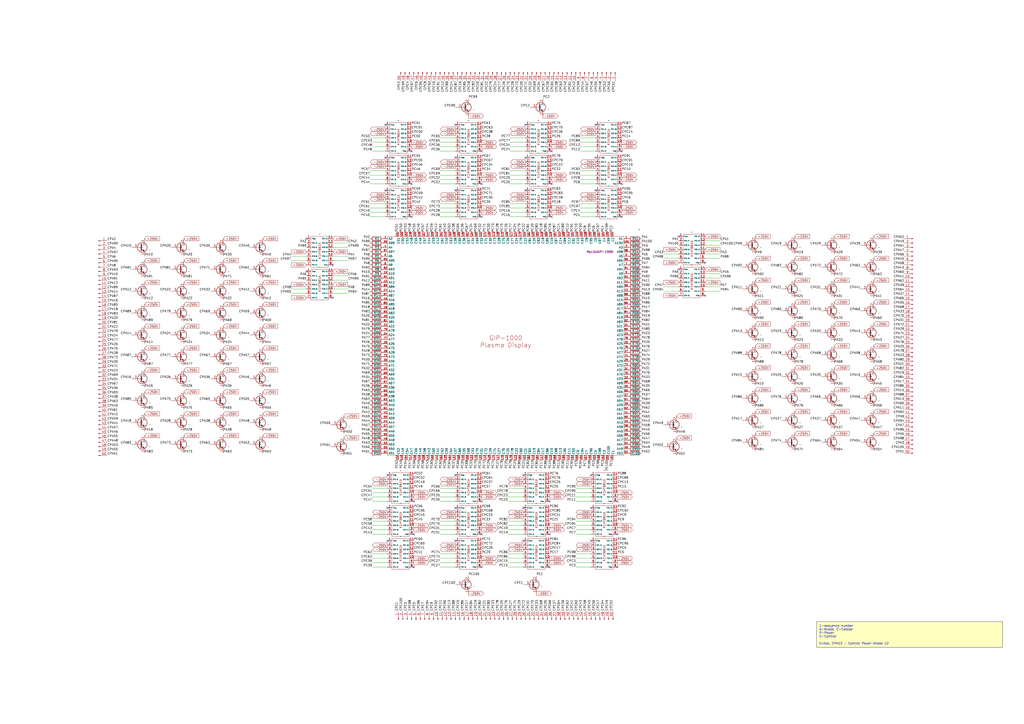
<source format=kicad_sch>
(kicad_sch (version 20231120) (generator "eeschema") (generator_version "8.0")
  (paper "A2")
  (title_block (title "MC6205-1") (rev "1") (company "Astrolate"))
  (no_connect (at 358.14 290.83))
  (no_connect (at 193.04 172.72))
  (no_connect (at 223.52 72.39))
  (no_connect (at 408.94 152.4))
  (no_connect (at 279.4 309.88))
  (no_connect (at 318.77 290.83))
  (no_connect (at 177.8 157.48))
  (no_connect (at 345.44 110.49))
  (no_connect (at 342.9 313.69))
  (no_connect (at 393.7 137.16))
  (no_connect (at 320.04 125.73))
  (no_connect (at 320.04 87.63))
  (no_connect (at 224.79 275.59))
  (no_connect (at 304.8 72.39))
  (no_connect (at 264.16 313.69))
  (no_connect (at 223.52 110.49))
  (no_connect (at 393.7 156.21))
  (no_connect (at 264.16 275.59))
  (no_connect (at 342.9 294.64))
  (no_connect (at 279.4 290.83))
  (no_connect (at 224.79 294.64))
  (no_connect (at 279.4 87.63))
  (no_connect (at 240.03 328.93))
  (no_connect (at 238.76 87.63))
  (no_connect (at 240.03 309.88))
  (no_connect (at 304.8 110.49))
  (no_connect (at 264.16 72.39))
  (no_connect (at 264.16 294.64))
  (no_connect (at 238.76 106.68))
  (no_connect (at 177.8 138.43))
  (no_connect (at 279.4 328.93))
  (no_connect (at 303.53 294.64))
  (no_connect (at 264.16 91.44))
  (no_connect (at 320.04 106.68))
  (no_connect (at 303.53 275.59))
  (no_connect (at 360.68 125.73))
  (no_connect (at 318.77 328.93))
  (no_connect (at 238.76 125.73))
  (no_connect (at 303.53 313.69))
  (no_connect (at 408.94 171.45))
  (no_connect (at 224.79 313.69))
  (no_connect (at 223.52 91.44))
  (no_connect (at 345.44 72.39))
  (no_connect (at 345.44 91.44))
  (no_connect (at 304.8 91.44))
  (no_connect (at 240.03 290.83))
  (no_connect (at 279.4 125.73))
  (no_connect (at 279.4 106.68))
  (no_connect (at 264.16 110.49))
  (no_connect (at 193.04 153.67))
  (no_connect (at 360.68 106.68))
  (no_connect (at 318.77 309.88))
  (no_connect (at 358.14 309.88))
  (no_connect (at 360.68 87.63))
  (no_connect (at 342.9 275.59))
  (no_connect (at 358.14 328.93))
  (wire (pts (xy 214.63 120.65) (xy 223.52 120.65)))
  (wire (pts (xy 255.27 290.83) (xy 264.16 290.83)))
  (wire (pts (xy 214.63 123.19) (xy 223.52 123.19)))
  (wire (pts (xy 214.63 101.6) (xy 223.52 101.6)))
  (wire (pts (xy 336.55 125.73) (xy 345.44 125.73)))
  (wire (pts (xy 417.83 149.86) (xy 408.94 149.86)))
  (wire (pts (xy 336.55 85.09) (xy 345.44 85.09)))
  (wire (pts (xy 334.01 309.88) (xy 342.9 309.88)))
  (wire (pts (xy 295.91 85.09) (xy 304.8 85.09)))
  (wire (pts (xy 417.83 142.24) (xy 408.94 142.24)))
  (wire (pts (xy 255.27 120.65) (xy 264.16 120.65)))
  (wire (pts (xy 384.81 149.86) (xy 393.7 149.86)))
  (wire (pts (xy 214.63 80.01) (xy 223.52 80.01)))
  (wire (pts (xy 294.64 285.75) (xy 303.53 285.75)))
  (wire (pts (xy 295.91 104.14) (xy 304.8 104.14)))
  (wire (pts (xy 168.91 170.18) (xy 177.8 170.18)))
  (wire (pts (xy 215.9 309.88) (xy 224.79 309.88)))
  (wire (pts (xy 255.27 87.63) (xy 264.16 87.63)))
  (wire (pts (xy 255.27 326.39) (xy 264.16 326.39)))
  (wire (pts (xy 214.63 104.14) (xy 223.52 104.14)))
  (wire (pts (xy 384.81 168.91) (xy 393.7 168.91)))
  (wire (pts (xy 334.01 283.21) (xy 342.9 283.21)))
  (wire (pts (xy 214.63 99.06) (xy 223.52 99.06)))
  (wire (pts (xy 255.27 309.88) (xy 264.16 309.88)))
  (wire (pts (xy 294.64 302.26) (xy 303.53 302.26)))
  (wire (pts (xy 201.93 140.97) (xy 193.04 140.97)))
  (wire (pts (xy 334.01 307.34) (xy 342.9 307.34)))
  (wire (pts (xy 336.55 123.19) (xy 345.44 123.19)))
  (wire (pts (xy 255.27 123.19) (xy 264.16 123.19)))
  (wire (pts (xy 255.27 106.68) (xy 264.16 106.68)))
  (wire (pts (xy 336.55 87.63) (xy 345.44 87.63)))
  (wire (pts (xy 294.64 326.39) (xy 303.53 326.39)))
  (wire (pts (xy 201.93 170.18) (xy 193.04 170.18)))
  (wire (pts (xy 255.27 99.06) (xy 264.16 99.06)))
  (wire (pts (xy 295.91 120.65) (xy 304.8 120.65)))
  (wire (pts (xy 334.01 290.83) (xy 342.9 290.83)))
  (wire (pts (xy 295.91 106.68) (xy 304.8 106.68)))
  (wire (pts (xy 417.83 166.37) (xy 408.94 166.37)))
  (wire (pts (xy 201.93 148.59) (xy 193.04 148.59)))
  (wire (pts (xy 168.91 151.13) (xy 177.8 151.13)))
  (wire (pts (xy 294.64 321.31) (xy 303.53 321.31)))
  (wire (pts (xy 334.01 323.85) (xy 342.9 323.85)))
  (wire (pts (xy 215.9 285.75) (xy 224.79 285.75)))
  (wire (pts (xy 255.27 104.14) (xy 264.16 104.14)))
  (wire (pts (xy 334.01 328.93) (xy 342.9 328.93)))
  (wire (pts (xy 215.9 283.21) (xy 224.79 283.21)))
  (wire (pts (xy 255.27 288.29) (xy 264.16 288.29)))
  (wire (pts (xy 295.91 82.55) (xy 304.8 82.55)))
  (wire (pts (xy 255.27 302.26) (xy 264.16 302.26)))
  (wire (pts (xy 336.55 106.68) (xy 345.44 106.68)))
  (wire (pts (xy 255.27 285.75) (xy 264.16 285.75)))
  (wire (pts (xy 215.9 321.31) (xy 224.79 321.31)))
  (wire (pts (xy 255.27 283.21) (xy 264.16 283.21)))
  (wire (pts (xy 417.83 158.75) (xy 408.94 158.75)))
  (wire (pts (xy 334.01 326.39) (xy 342.9 326.39)))
  (wire (pts (xy 336.55 118.11) (xy 345.44 118.11)))
  (wire (pts (xy 215.9 82.55) (xy 223.52 82.55)))
  (wire (pts (xy 201.93 160.02) (xy 193.04 160.02)))
  (wire (pts (xy 417.83 168.91) (xy 408.94 168.91)))
  (wire (pts (xy 417.83 161.29) (xy 408.94 161.29)))
  (wire (pts (xy 168.91 148.59) (xy 177.8 148.59)))
  (wire (pts (xy 336.55 80.01) (xy 345.44 80.01)))
  (wire (pts (xy 294.64 328.93) (xy 303.53 328.93)))
  (wire (pts (xy 334.01 288.29) (xy 342.9 288.29)))
  (wire (pts (xy 214.63 106.68) (xy 223.52 106.68)))
  (wire (pts (xy 215.9 87.63) (xy 223.52 87.63)))
  (wire (pts (xy 255.27 321.31) (xy 264.16 321.31)))
  (wire (pts (xy 334.01 302.26) (xy 342.9 302.26)))
  (wire (pts (xy 255.27 82.55) (xy 264.16 82.55)))
  (wire (pts (xy 201.93 151.13) (xy 193.04 151.13)))
  (wire (pts (xy 215.9 290.83) (xy 224.79 290.83)))
  (wire (pts (xy 334.01 285.75) (xy 342.9 285.75)))
  (wire (pts (xy 336.55 104.14) (xy 345.44 104.14)))
  (wire (pts (xy 294.64 323.85) (xy 303.53 323.85)))
  (wire (pts (xy 417.83 147.32) (xy 408.94 147.32)))
  (wire (pts (xy 384.81 147.32) (xy 393.7 147.32)))
  (wire (pts (xy 334.01 321.31) (xy 342.9 321.31)))
  (wire (pts (xy 294.64 283.21) (xy 303.53 283.21)))
  (wire (pts (xy 255.27 307.34) (xy 264.16 307.34)))
  (wire (pts (xy 255.27 323.85) (xy 264.16 323.85)))
  (wire (pts (xy 295.91 123.19) (xy 304.8 123.19)))
  (wire (pts (xy 294.64 290.83) (xy 303.53 290.83)))
  (wire (pts (xy 215.9 326.39) (xy 224.79 326.39)))
  (wire (pts (xy 336.55 101.6) (xy 345.44 101.6)))
  (wire (pts (xy 384.81 166.37) (xy 393.7 166.37)))
  (wire (pts (xy 201.93 143.51) (xy 193.04 143.51)))
  (wire (pts (xy 215.9 288.29) (xy 224.79 288.29)))
  (wire (pts (xy 336.55 120.65) (xy 345.44 120.65)))
  (wire (pts (xy 294.64 304.8) (xy 303.53 304.8)))
  (wire (pts (xy 255.27 80.01) (xy 264.16 80.01)))
  (wire (pts (xy 294.64 288.29) (xy 303.53 288.29)))
  (wire (pts (xy 215.9 323.85) (xy 224.79 323.85)))
  (wire (pts (xy 255.27 101.6) (xy 264.16 101.6)))
  (wire (pts (xy 168.91 167.64) (xy 177.8 167.64)))
  (wire (pts (xy 215.9 304.8) (xy 224.79 304.8)))
  (wire (pts (xy 336.55 99.06) (xy 345.44 99.06)))
  (wire (pts (xy 336.55 82.55) (xy 345.44 82.55)))
  (wire (pts (xy 295.91 99.06) (xy 304.8 99.06)))
  (wire (pts (xy 215.9 307.34) (xy 224.79 307.34)))
  (wire (pts (xy 295.91 125.73) (xy 304.8 125.73)))
  (wire (pts (xy 255.27 118.11) (xy 264.16 118.11)))
  (wire (pts (xy 255.27 328.93) (xy 264.16 328.93)))
  (wire (pts (xy 201.93 167.64) (xy 193.04 167.64)))
  (wire (pts (xy 215.9 85.09) (xy 223.52 85.09)))
  (wire (pts (xy 295.91 80.01) (xy 304.8 80.01)))
  (wire (pts (xy 294.64 307.34) (xy 303.53 307.34)))
  (wire (pts (xy 215.9 302.26) (xy 224.79 302.26)))
  (wire (pts (xy 215.9 328.93) (xy 224.79 328.93)))
  (wire (pts (xy 295.91 87.63) (xy 304.8 87.63)))
  (wire (pts (xy 255.27 125.73) (xy 264.16 125.73)))
  (wire (pts (xy 201.93 162.56) (xy 193.04 162.56)))
  (wire (pts (xy 214.63 125.73) (xy 223.52 125.73)))
  (wire (pts (xy 255.27 304.8) (xy 264.16 304.8)))
  (wire (pts (xy 417.83 139.7) (xy 408.94 139.7)))
  (wire (pts (xy 295.91 101.6) (xy 304.8 101.6)))
  (wire (pts (xy 334.01 304.8) (xy 342.9 304.8)))
  (wire (pts (xy 294.64 309.88) (xy 303.53 309.88)))
  (wire (pts (xy 295.91 118.11) (xy 304.8 118.11)))
  (wire (pts (xy 214.63 118.11) (xy 223.52 118.11)))
  (wire (pts (xy 255.27 85.09) (xy 264.16 85.09)))
  (rectangle (start 473.71 360.68) (end 581.66 375.412) (stroke (width 0) (color 0 0 0 1)) (fill (type color) (color 255 255 194 1)))
  (text "1-sequence number\nA-Anode, C-Catode\nP-Power\nC-Control\n\nExmpl. CPA12 — Control Power Anode 12" (at 475.234 368.3 0) (effects (font (size 1.27 1.27)) (justify left)))
  (label "СPA20" (at 99.06 143.51 180))
  (label "СPA30" (at 62.23 210.82 0))
  (label "CPC28" (at 255.27 123.19 180))
  (label "CPC11" (at 256.54 354.33 90))
  (label "PC52" (at 240.03 275.59 0))
  (label "CPC72" (at 279.4 316.23 0))
  (label "СPA18" (at 76.2 245.11 180))
  (label "PA43" (at 506.73 198.12 0))
  (label "CPC9" (at 251.46 354.33 90))
  (label "PC22" (at 304.8 134.62 90))
  (label "СPA57" (at 144.78 207.01 180))
  (label "PA3" (at 417.83 147.32 0))
  (label "PC68" (at 271.78 266.7 270))
  (label "PA63" (at 214.63 232.41 180))
  (label "PA78" (at 372.11 196.85 0))
  (label "PA41" (at 372.11 240.03 0))
  (label "CPC76" (at 318.77 278.13 0))
  (label "PA53" (at 152.4 262.89 0))
  (label "PA49" (at 392.43 251.46 0))
  (label "PA65" (at 214.63 227.33 180))
  (label "PA15" (at 372.11 173.99 0))
  (label "CPC77" (at 295.91 82.55 180))
  (label "CPC99" (at 234.95 46.99 270))
  (label "СPA53" (at 144.78 257.81 180))
  (label "PC91" (at 332.74 134.62 90))
  (label "PC58" (at 246.38 266.7 270))
  (label "CPC38" (at 279.4 77.47 0))
  (label "PA67" (at 129.54 212.09 0))
  (label "CPC49" (at 240.03 280.67 0))
  (label "CPC4" (at 237.49 46.99 270))
  (label "PC61" (at 256.54 134.62 90))
  (label "PC35" (at 269.24 266.7 270))
  (label "PC16" (at 295.91 125.73 180))
  (label "CPC35" (at 255.27 288.29 180))
  (label "СPA10" (at 62.23 160.02 0))
  (label "CPC99" (at 264.16 62.23 180))
  (label "PA19" (at 461.01 147.32 0))
  (label "СPA79" (at 62.23 193.04 0))
  (label "СPA93" (at 62.23 157.48 0))
  (label "PC95" (at 360.68 110.49 0))
  (label "CPC26" (at 293.37 46.99 270))
  (label "PA33" (at 483.87 198.12 0))
  (label "СPA53" (at 62.23 259.08 0))
  (label "PA95" (at 177.8 162.56 180))
  (label "PC58" (at 215.9 302.26 180))
  (label "PA29" (at 372.11 209.55 0))
  (label "PA87" (at 83.82 212.09 0))
  (label "CPA78" (at 453.39 205.74 180))
  (label "PC57" (at 214.63 99.06 180))
  (label "PC53" (at 214.63 80.01 180))
  (label "CPC29" (at 302.26 354.33 90))
  (label "PA6" (at 214.63 148.59 180))
  (label "PA98" (at 372.11 146.05 0))
  (label "PA17" (at 372.11 179.07 0))
  (label "PC82" (at 307.34 266.7 270))
  (label "CPA66" (at 524.51 173.99 180))
  (label "PC94" (at 337.82 266.7 270))
  (label "CPC37" (at 279.4 280.67 0))
  (label "PA82" (at 461.01 160.02 0))
  (label "PC32" (at 279.4 134.62 90))
  (label "CPC18" (at 273.05 46.99 270))
  (label "CPC9" (at 358.14 299.72 0))
  (label "PC39" (at 259.08 266.7 270))
  (label "PA77" (at 106.68 212.09 0))
  (label "PC29" (at 279.4 321.31 0))
  (label "СPA16" (at 76.2 219.71 180))
  (label "CPC20" (at 295.91 104.14 180))
  (label "PC49" (at 240.03 283.21 0))
  (label "СPA67" (at 121.92 207.01 180))
  (label "CPA78" (at 524.51 204.47 180))
  (label "PC11" (at 334.01 290.83 180))
  (label "PA71" (at 214.63 212.09 180))
  (label "PA81" (at 106.68 161.29 0))
  (label "PA31" (at 372.11 214.63 0))
  (label "PC95" (at 342.9 134.62 90))
  (label "CPC42" (at 334.01 46.99 270))
  (label "PA46" (at 214.63 250.19 180))
  (label "CPA3" (at 384.81 147.32 180))
  (label "PA34" (at 214.63 219.71 180))
  (label "CPC74" (at 255.27 323.85 180))
  (label "CPA13" (at 524.51 232.41 180))
  (label "PC3" (at 334.01 328.93 180))
  (label "PA1" (at 393.7 139.7 180))
  (label "PA69" (at 214.63 217.17 180))
  (label "CPA39" (at 524.51 166.37 180))
  (label "PC79" (at 302.26 134.62 90))
  (label "CPC4" (at 336.55 123.19 180))
  (label "CPC8" (at 336.55 104.14 180))
  (label "PA52" (at 392.43 264.16 0))
  (label "PC9" (at 335.28 266.7 270))
  (label "СPA44" (at 62.23 246.38 0))
  (label "CPC40" (at 214.63 123.19 180))
  (label "PC8" (at 340.36 134.62 90))
  (label "CPC53" (at 215.9 82.55 180))
  (label "CPC57" (at 341.63 46.99 270))
  (label "PC63" (at 279.4 72.39 0))
  (label "PA10" (at 214.63 158.75 180))
  (label "СPA44" (at 144.78 194.31 180))
  (label "PC32" (at 255.27 106.68 180))
  (label "PC30" (at 279.4 118.11 0))
  (label "PC25" (at 294.64 266.7 270))
  (label "PA86" (at 438.15 236.22 0))
  (label "СPA91" (at 62.23 162.56 0))
  (label "PA85" (at 83.82 237.49 0))
  (label "CPC14" (at 360.68 77.47 0))
  (label "PA90" (at 438.15 185.42 0))
  (label "PC70" (at 255.27 302.26 180))
  (label "PC41" (at 254 266.7 270))
  (label "CPA66" (at 476.25 231.14 180))
  (label "CPC84" (at 274.32 354.33 90))
  (label "PC37" (at 279.4 283.21 0))
  (label "CPC19" (at 276.86 354.33 90))
  (label "PA2" (at 214.63 138.43 180))
  (label "CPC23" (at 294.64 288.29 180))
  (label "PA48" (at 152.4 250.19 0))
  (label "CPA80" (at 453.39 180.34 180))
  (label "CPA86" (at 430.53 231.14 180))
  (label "CPC26" (at 320.04 77.47 0))
  (label "CPC66" (at 320.04 354.33 90))
  (label "PC85" (at 295.91 118.11 180))
  (label "PA85" (at 214.63 176.53 180))
  (label "PC84" (at 318.77 313.69 0))
  (label "СPA34" (at 62.23 220.98 0))
  (label "PC53" (at 236.22 134.62 90))
  (label "CPC18" (at 320.04 115.57 0))
  (label "PC6" (at 345.44 134.62 90))
  (label "СPA24" (at 99.06 194.31 180))
  (label "PA94" (at 417.83 168.91 0))
  (label "CPA70" (at 476.25 180.34 180))
  (label "PA25" (at 461.01 223.52 0))
  (label "CPC96" (at 358.14 316.23 0))
  (label "CPA7" (at 384.81 166.37 180))
  (label "CPC69" (at 255.27 101.6 180))
  (label "CPA21" (at 453.39 167.64 180))
  (label "PA68" (at 483.87 210.82 0))
  (label "СPA2" (at 62.23 139.7 0))
  (label "СPA59" (at 62.23 243.84 0))
  (label "CPC60" (at 335.28 354.33 90))
  (label "CPA11" (at 524.51 237.49 180))
  (label "CPA7" (at 524.51 247.65 180))
  (label "СPA71" (at 121.92 156.21 180))
  (label "CPC73" (at 255.27 120.65 180))
  (label "CPC22" (at 283.21 46.99 270))
  (label "PA22" (at 214.63 189.23 180))
  (label "CPC73" (at 300.99 46.99 270))
  (label "CPC82" (at 279.4 354.33 90))
  (label "СPA42" (at 144.78 168.91 180))
  (label "CPC7" (at 246.38 354.33 90))
  (label "PC62" (at 256.54 266.7 270))
  (label "PA37" (at 372.11 229.87 0))
  (label "CPC47" (at 215.9 288.29 180))
  (label "CPA84" (at 524.51 219.71 180))
  (label "PC54" (at 215.9 283.21 180))
  (label "PC37" (at 264.16 266.7 270))
  (label "СPA59" (at 144.78 181.61 180))
  (label "PA80" (at 461.01 185.42 0))
  (label "CPA13" (at 430.53 193.04 180))
  (label "PA42" (at 214.63 240.03 180))
  (label "PA87" (at 214.63 171.45 180))
  (label "PC10" (at 360.68 99.06 0))
  (label "CPA98" (at 384.81 149.86 180))
  (label "PA48" (at 214.63 255.27 180))
  (label "CPC65" (at 255.27 82.55 180))
  (label "PC87" (at 360.68 72.39 0))
  (label "CPA5" (at 524.51 252.73 180))
  (label "СPA91" (at 76.2 156.21 180))
  (label "PA97" (at 201.93 151.13 0))
  (label "PC29" (at 284.48 266.7 270))
  (label "PC78" (at 294.64 283.21 180))
  (label "PA55" (at 152.4 237.49 0))
  (label "PA40" (at 152.4 148.59 0))
  (label "PC43" (at 248.92 266.7 270))
  (label "CPC90" (at 259.08 354.33 90))
  (label "PC13" (at 325.12 266.7 270))
  (label "PA82" (at 372.11 186.69 0))
  (label "CPC68" (at 314.96 354.33 90))
  (label "СPA12" (at 62.23 165.1 0))
  (label "PA7" (at 417.83 166.37 0))
  (label "CPA62" (at 524.51 163.83 180))
  (label "СPA83" (at 76.2 257.81 180))
  (label "PA26" (at 106.68 224.79 0))
  (label "PC91" (at 360.68 91.44 0))
  (label "CPC64" (at 325.12 354.33 90))
  (label "PA71" (at 129.54 161.29 0))
  (label "PA30" (at 214.63 209.55 180))
  (label "СPA93" (at 168.91 170.18 180))
  (label "СPA32" (at 121.92 168.91 180))
  (label "CPA41" (at 524.51 161.29 180))
  (label "CPC21" (at 281.94 354.33 90))
  (label "PC1" (at 355.6 266.7 270))
  (label "CPC92" (at 358.14 297.18 0))
  (label "PA49" (at 372.11 260.35 0))
  (label "PC12" (at 330.2 134.62 90))
  (label "CPC64" (at 279.4 278.13 0))
  (label "СPA73" (at 99.06 257.81 180))
  (label "CPC53" (at 351.79 46.99 270))
  (label "CPA27" (at 524.51 196.85 180))
  (label "PC30" (at 284.48 134.62 90))
  (label "CPC94" (at 248.92 354.33 90))
  (label "PC24" (at 295.91 87.63 180))
  (label "PA12" (at 214.63 163.83 180))
  (label "СPA32" (at 62.23 215.9 0))
  (label "PC98" (at 334.01 321.31 180))
  (label "PC18" (at 320.04 118.11 0))
  (label "CPC70" (at 255.27 304.8 180))
  (label "CPA29" (at 524.51 191.77 180))
  (label "PA26" (at 214.63 199.39 180))
  (label "PA32" (at 214.63 214.63 180))
  (label "СPA63" (at 121.92 257.81 180))
  (label "PA61" (at 214.63 237.49 180))
  (label "PA39" (at 372.11 234.95 0))
  (label "CPC87" (at 265.43 46.99 270))
  (label "CPC17" (at 318.77 318.77 0))
  (label "PC71" (at 279.4 110.49 0))
  (label "PA19" (at 372.11 184.15 0))
  (label "CPC1" (at 303.53 339.09 180))
  (label "PA74" (at 372.11 207.01 0))
  (label "CPC27" (at 297.18 354.33 90))
  (label "СPA10" (at 76.2 143.51 180))
  (label "СPA48" (at 144.78 245.11 180))
  (label "CPC67" (at 279.4 93.98 0))
  (label "CPC93" (at 250.19 46.99 270))
  (label "CPC38" (at 323.85 46.99 270))
  (label "PA8" (at 214.63 153.67 180))
  (label "PC12" (at 336.55 87.63 180))
  (label "CPC25" (at 292.1 354.33 90))
  (label "PA18" (at 83.82 250.19 0))
  (label "PC4" (at 336.55 125.73 180))
  (label "PC17" (at 318.77 321.31 0))
  (label "CPC36" (at 255.27 85.09 180))
  (label "CPC58" (at 215.9 304.8 180))
  (label "PA90" (at 372.11 166.37 0))
  (label "PC96" (at 358.14 313.69 0))
  (label "PC14" (at 325.12 134.62 90))
  (label "CPC91" (at 255.27 46.99 270))
  (label "PA84" (at 438.15 261.62 0))
  (label "PA27" (at 372.11 204.47 0))
  (label "PA67" (at 214.63 222.25 180))
  (label "PC55" (at 241.3 134.62 90))
  (label "PC28" (at 255.27 125.73 180))
  (label "СPA51" (at 62.23 264.16 0))
  (label "СPA2" (at 201.93 140.97 0))
  (label "PC48" (at 215.9 87.63 180))
  (label "СPA40" (at 144.78 143.51 180))
  (label "PA54" (at 506.73 261.62 0))
  (label "PC31" (at 255.27 309.88 180))
  (label "CPA49" (at 384.81 246.38 180))
  (label "CPA33" (at 476.25 193.04 180))
  (label "СPA61" (at 62.23 238.76 0))
  (label "CPC17" (at 271.78 354.33 90))
  (label "PC27" (at 289.56 266.7 270))
  (label "СPA46" (at 62.23 251.46 0))
  (label "CPC63" (at 326.39 46.99 270))
  (label "PA28" (at 106.68 250.19 0))
  (label "PA3" (at 372.11 143.51 0))
  (label "CPC50" (at 354.33 46.99 270))
  (label "PC97" (at 336.55 118.11 180))
  (label "CPA94" (at 524.51 245.11 180))
  (label "PC34" (at 279.4 99.06 0))
  (label "PA92" (at 438.15 160.02 0))
  (label "CPA23" (at 524.51 207.01 180))
  (label "CPA9" (at 430.53 142.24 180))
  (label "CPA25" (at 524.51 201.93 180))
  (label "PC80" (at 302.26 266.7 270))
  (label "СPA50" (at 62.23 261.62 0))
  (label "CPA31" (at 476.25 167.64 180))
  (label "CPC34" (at 279.4 96.52 0))
  (label "CPC16" (at 295.91 123.19 180))
  (label "СPA40" (at 62.23 236.22 0))
  (label "PC73" (at 287.02 134.62 90))
  (label "PA16" (at 83.82 224.79 0))
  (label "PA55" (at 214.63 252.73 180))
  (label "PC35" (at 255.27 290.83 180))
  (label "PA4" (at 201.93 148.59 0))
  (label "CPA58" (at 499.11 205.74 180))
  (label "CPC15" (at 266.7 354.33 90))
  (label "PA83" (at 83.82 262.89 0))
  (label "PC67" (at 279.4 91.44 0))
  (label "PC77" (at 295.91 80.01 180))
  (label "PC56" (at 240.03 294.64 0))
  (label "СPA18" (at 62.23 180.34 0))
  (label "СPA38" (at 62.23 231.14 0))
  (label "PC72" (at 279.4 313.69 0))
  (label "CPC75" (at 320.04 74.93 0))
  (label "PA62" (at 506.73 160.02 0))
  (label "CPC49" (at 353.06 354.33 90))
  (label "СPA28" (at 62.23 205.74 0))
  (label "PC57" (at 246.38 134.62 90))
  (label "PA18" (at 214.63 179.07 180))
  (label "PC15" (at 294.64 328.93 180))
  (label "PA45" (at 372.11 250.19 0))
  (label "CPA43" (at 524.51 156.21 180))
  (label "PA21" (at 461.01 172.72 0))
  (label "PA100" (at 393.7 142.24 180))
  (label "PA20" (at 106.68 148.59 0))
  (label "PC59" (at 238.76 110.49 0))
  (label "СPA48" (at 62.23 256.54 0))
  (label "PC15" (at 320.04 266.7 270))
  (label "CPA15" (at 524.51 227.33 180))
  (label "PA28" (at 214.63 204.47 180))
  (label "PC90" (at 327.66 266.7 270))
  (label "PA60" (at 372.11 242.57 0))
  (label "CPA64" (at 524.51 168.91 180))
  (label "CPC78" (at 289.56 354.33 90))
  (label "CPA45" (at 499.11 218.44 180))
  (label "PC65" (at 255.27 80.01 180))
  (label "PA30" (at 129.54 148.59 0))
  (label "PA86" (at 372.11 176.53 0))
  (label "CPC68" (at 279.4 297.18 0))
  (label "PA88" (at 438.15 210.82 0))
  (label "PA73" (at 214.63 207.01 180))
  (label "CPC31" (at 255.27 307.34 180))
  (label "PA81" (at 214.63 186.69 180))
  (label "СPA36" (at 121.92 219.71 180))
  (label "CPA52" (at 524.51 138.43 180))
  (label "CPC80" (at 318.77 297.18 0))
  (label "CPC75" (at 295.91 46.99 270))
  (label "PA79" (at 106.68 186.69 0))
  (label "CPC23" (at 287.02 354.33 90))
  (label "CPC71" (at 306.07 46.99 270))
  (label "CPC96" (at 243.84 354.33 90))
  (label "CPA45" (at 524.51 151.13 180))
  (label "PC5" (at 345.44 266.7 270))
  (label "CPC60" (at 240.03 316.23 0))
  (label "CPC21" (at 318.77 299.72 0))
  (label "PA12" (at 83.82 173.99 0))
  (label "CPC43" (at 337.82 354.33 90))
  (label "СPA55" (at 62.23 254 0))
  (label "PC45" (at 240.03 302.26 0))
  (label "PA34" (at 129.54 199.39 0))
  (label "PA16" (at 214.63 173.99 180))
  (label "CPC88" (at 358.14 278.13 0))
  (label "PA44" (at 152.4 199.39 0))
  (label "CPC33" (at 279.4 299.72 0))
  (label "PA22" (at 106.68 173.99 0))
  (label "CPC56" (at 345.44 354.33 90))
  (label "CPC24" (at 288.29 46.99 270))
  (label "PA50" (at 214.63 260.35 180))
  (label "CPC13" (at 358.14 280.67 0))
  (label "PA20" (at 214.63 184.15 180))
  (label "CPC3" (at 334.01 326.39 180))
  (label "PA93" (at 214.63 156.21 180))
  (label "PC56" (at 241.3 266.7 270))
  (label "СPA12" (at 76.2 168.91 180))
  (label "PC66" (at 266.7 266.7 270))
  (label "PC63" (at 261.62 134.62 90))
  (label "CPC91" (at 360.68 93.98 0))
  (label "PA74" (at 461.01 261.62 0))
  (label "CPC36" (at 318.77 46.99 270))
  (label "PC34" (at 274.32 134.62 90))
  (label "CPA88" (at 524.51 229.87 180))
  (label "PC50" (at 233.68 134.62 90))
  (label "CPC15" (at 294.64 326.39 180))
  (label "CPA70" (at 524.51 184.15 180))
  (label "PA23" (at 461.01 198.12 0))
  (label "CPC82" (at 294.64 304.8 180))
  (label "PA59" (at 214.63 242.57 180))
  (label "CPA25" (at 453.39 218.44 180))
  (label "CPC24" (at 295.91 85.09 180))
  (label "PC86" (at 317.5 266.7 270))
  (label "PA17" (at 438.15 248.92 0))
  (label "PC8" (at 336.55 106.68 180))
  (label "PC14" (at 360.68 80.01 0))
  (label "PC31" (at 279.4 266.7 270))
  (label "CPC98" (at 238.76 354.33 90))
  (label "CPA33" (at 524.51 181.61 180))
  (label "PA6" (at 177.8 160.02 180))
  (label "PA36" (at 129.54 224.79 0))
  (label "PA25" (at 372.11 199.39 0))
  (label "PA100" (at 372.11 140.97 0))
  (label "CPC65" (at 321.31 46.99 270))
  (label "СPA61" (at 144.78 156.21 180))
  (label "PC92" (at 358.14 294.64 0))
  (label "СPA26" (at 99.06 219.71 180))
  (label "СPA20" (at 62.23 185.42 0))
  (label "CPC29" (at 279.4 318.77 0))
  (label "PA21" (at 372.11 189.23 0))
  (label "CPC90" (at 334.01 285.75 180))
  (label "CPC39" (at 327.66 354.33 90))
  (label "CPC86" (at 269.24 354.33 90))
  (label "PA60" (at 506.73 185.42 0))
  (label "CPA35" (at 524.51 176.53 180))
  (label "СPA81" (at 99.06 156.21 180))
  (label "СPA73" (at 62.23 208.28 0))
  (label "CPA19" (at 524.51 217.17 180))
  (label "CPC79" (at 320.04 93.98 0))
  (label "CPC10" (at 360.68 96.52 0))
  (label "PC4" (at 350.52 134.62 90))
  (label "PC87" (at 322.58 134.62 90))
  (label "CPC55" (at 238.76 93.98 0))
  (label "PA42" (at 152.4 173.99 0))
  (label "CPC59" (at 238.76 113.03 0))
  (label "PA24" (at 214.63 194.31 180))
  (label "CPA96" (at 417.83 161.29 0))
  (label "СPA16" (at 62.23 175.26 0))
  (label "СPA14" (at 76.2 194.31 180))
  (label "PC79" (at 320.04 91.44 0))
  (label "PC23" (at 299.72 266.7 270))
  (label "CPC3" (at 236.22 354.33 90))
  (label "PC98" (at 347.98 266.7 270))
  (label "CPC11" (at 334.01 288.29 180))
  (label "PA39" (at 506.73 147.32 0))
  (label "PA37" (at 483.87 248.92 0))
  (label "PA44" (at 214.63 245.11 180))
  (label "CPC59" (at 336.55 46.99 270))
  (label "СPA97" (at 62.23 147.32 0))
  (label "CPA27" (at 453.39 243.84 180))
  (label "CPA90" (at 430.53 180.34 180))
  (label "PA43" (at 372.11 245.11 0))
  (label "PC60" (at 251.46 266.7 270))
  (label "PC80" (at 318.77 294.64 0))
  (label "PC42" (at 254 134.62 90))
  (label "CPC46" (at 344.17 46.99 270))
  (label "CPC44" (at 214.63 104.14 180))
  (label "PA66" (at 372.11 227.33 0))
  (label "CPC5" (at 358.14 318.77 0))
  (label "PC21" (at 318.77 302.26 0))
  (label "CPA68" (at 524.51 179.07 180))
  (label "CPC48" (at 349.25 46.99 270))
  (label "PC89" (at 336.55 80.01 180))
  (label "СPA97" (at 168.91 151.13 180))
  (label "PA57" (at 152.4 212.09 0))
  (label "PC36" (at 269.24 134.62 90))
  (label "PC90" (at 334.01 283.21 180))
  (label "PA7" (at 372.11 153.67 0))
  (label "CPC31" (at 307.34 354.33 90))
  (label "CPA90" (at 524.51 234.95 180))
  (label "PC47" (at 215.9 290.83 180))
  (label "PA89" (at 83.82 186.69 0))
  (label "PC28" (at 289.56 134.62 90))
  (label "PA56" (at 372.11 252.73 0))
  (label "PA88" (at 372.11 171.45 0))
  (label "PA14" (at 214.63 168.91 180))
  (label "СPA57" (at 62.23 248.92 0))
  (label "CPC67" (at 316.23 46.99 270))
  (label "CPC93" (at 336.55 101.6 180))
  (label "CPC74" (at 299.72 354.33 90))
  (label "CPC92" (at 254 354.33 90))
  (label "СPA55" (at 144.78 232.41 180))
  (label "PA65" (at 129.54 237.49 0))
  (label "CPC71" (at 279.4 113.03 0))
  (label "PA52" (at 372.11 262.89 0))
  (label "PC94" (at 334.01 302.26 180))
  (label "PA72" (at 483.87 160.02 0))
  (label "PC24" (at 299.72 134.62 90))
  (label "PC77" (at 297.18 134.62 90))
  (label "CPC95" (at 360.68 113.03 0))
  (label "PC74" (at 287.02 266.7 270))
  (label "PA70" (at 483.87 185.42 0))
  (label "PA78" (at 461.01 210.82 0))
  (label "CPC80" (at 284.48 354.33 90))
  (label "PA38" (at 129.54 250.19 0))
  (label "СPA77" (at 62.23 198.12 0))
  (label "СPA63" (at 62.23 233.68 0))
  (label "PA79" (at 214.63 191.77 180))
  (label "PC38" (at 279.4 80.01 0))
  (label "СPA99" (at 201.93 143.51 0))
  (label "PC27" (at 255.27 328.93 180))
  (label "PA45" (at 506.73 223.52 0))
  (label "CPC87" (at 360.68 74.93 0))
  (label "PC92" (at 332.74 266.7 270))
  (label "PA9" (at 438.15 147.32 0))
  (label "CPC50" (at 238.76 77.47 0))
  (label "CPC22" (at 320.04 96.52 0))
  (label "CPA1" (at 417.83 139.7 0))
  (label "PA58" (at 506.73 210.82 0))
  (label "CPC8" (at 247.65 46.99 270))
  (label "CPA37" (at 524.51 171.45 180))
  (label "PA27" (at 461.01 248.92 0))
  (label "CPA98" (at 524.51 255.27 180))
  (label "PA68" (at 372.11 222.25 0))
  (label "СPA77" (at 99.06 207.01 180))
  (label "СPA65" (at 121.92 232.41 180))
  (label "СPA95" (at 201.93 162.56 0))
  (label "CPA17" (at 430.53 243.84 180))
  (label "CPA64" (at 476.25 256.54 180))
  (label "PA13" (at 438.15 198.12 0))
  (label "PA92" (at 372.11 161.29 0))
  (label "PC99" (at 353.06 134.62 90))
  (label "CPA82" (at 453.39 154.94 180))
  (label "CPC1" (at 231.14 354.33 90))
  (label "CPC7" (at 334.01 307.34 180))
  (label "CPC30" (at 303.53 46.99 270))
  (label "PA76" (at 372.11 201.93 0))
  (label "СPA38" (at 121.92 245.11 180))
  (label "CPC85" (at 270.51 46.99 270))
  (label "PA98" (at 417.83 149.86 0))
  (label "PC93" (at 337.82 134.62 90))
  (label "CPA43" (at 499.11 193.04 180))
  (label "СPA51" (at 191.77 259.08 180))
  (label "СPA6" (at 62.23 149.86 0))
  (label "PC69" (at 255.27 99.06 180))
  (label "PC41" (at 240.03 321.31 0))
  (label "СPA26" (at 62.23 200.66 0))
  (label "CPA100" (at 524.51 260.35 180))
  (label "PA13" (at 372.11 168.91 0))
  (label "CPC46" (at 238.76 96.52 0))
  (label "PC7" (at 334.01 309.88 180))
  (label "CPC52" (at 240.03 278.13 0))
  (label "PA72" (at 372.11 212.09 0))
  (label "PA66" (at 483.87 236.22 0))
  (label "CPC5" (at 241.3 354.33 90))
  (label "PC89" (at 327.66 134.62 90))
  (label "PA91" (at 83.82 161.29 0))
  (label "PC66" (at 255.27 283.21 180))
  (label "CPA29" (at 476.25 142.24 180))
  (label "CPC95" (at 245.11 46.99 270))
  (label "PA58" (at 372.11 247.65 0))
  (label "CPC86" (at 294.64 323.85 180))
  (label "PA61" (at 152.4 161.29 0))
  (label "CPC83" (at 320.04 113.03 0))
  (label "PA57" (at 214.63 247.65 180))
  (label "PC23" (at 294.64 290.83 180))
  (label "PA64" (at 372.11 232.41 0))
  (label "CPC51" (at 356.87 46.99 270))
  (label "PA33" (at 372.11 219.71 0))
  (label "PA77" (at 214.63 196.85 180))
  (label "CPA92" (at 430.53 154.94 180))
  (label "PA51" (at 214.63 262.89 180))
  (label "CPC58" (at 340.36 354.33 90))
  (label "PC69" (at 276.86 134.62 90))
  (label "CPA82" (at 524.51 214.63 180))
  (label "PA96" (at 372.11 151.13 0))
  (label "PA2" (at 177.8 140.97 180))
  (label "PC88" (at 358.14 275.59 0))
  (label "СPA95" (at 62.23 152.4 0))
  (label "CPA62" (at 499.11 154.94 180))
  (label "PA50" (at 199.39 251.46 0))
  (label "CPC16" (at 267.97 46.99 270))
  (label "CPA11" (at 430.53 167.64 180))
  (label "CPA5" (at 417.83 158.75 0))
  (label "PA11" (at 372.11 163.83 0))
  (label "PC25" (at 318.77 283.21 0))
  (label "СPA83" (at 62.23 182.88 0))
  (label "СPA46" (at 144.78 219.71 180))
  (label "PC83" (at 312.42 134.62 90))
  (label "CPC94" (at 334.01 304.8 180))
  (label "СPA24" (at 62.23 195.58 0))
  (label "PC68" (at 279.4 294.64 0))
  (label "CPC100" (at 264.16 339.09 180))
  (label "PA97" (at 214.63 146.05 180))
  (label "CPC2" (at 232.41 46.99 270))
  (label "PC97" (at 347.98 134.62 90))
  (label "PA56" (at 506.73 236.22 0))
  (label "CPC10" (at 252.73 46.99 270))
  (label "PA8" (at 201.93 167.64 0))
  (label "PC64" (at 261.62 266.7 270))
  (label "PC7" (at 340.36 266.7 270))
  (label "CPA92" (at 524.51 240.03 180))
  (label "PC76" (at 318.77 275.59 0))
  (label "CPC76" (at 294.64 354.33 90))
  (label "PA5" (at 393.7 158.75 180))
  (label "CPA100" (at 417.83 142.24 0))
  (label "СPA99" (at 62.23 142.24 0))
  (label "СPA14" (at 62.23 170.18 0))
  (label "СPA34" (at 121.92 194.31 180))
  (label "PA95" (at 214.63 151.13 180))
  (label "CPC63" (at 279.4 74.93 0))
  (label "CPC40" (at 328.93 46.99 270))
  (label "PA53" (at 214.63 257.81 180))
  (label "PA10" (at 83.82 148.59 0))
  (label "CPC33" (at 312.42 354.33 90))
  (label "PC100" (at 353.06 266.7 270))
  (label "PC33" (at 274.32 266.7 270))
  (label "PC46" (at 243.84 134.62 90))
  (label "PA64" (at 483.87 261.62 0))
  (label "CPC78" (at 294.64 285.75 180))
  (label "PA59" (at 152.4 186.69 0))
  (label "CPA72" (at 476.25 154.94 180))
  (label "PC16" (at 320.04 134.62 90))
  (label "CPA56" (at 499.11 231.14 180))
  (label "CPA1" (at 524.51 262.89 180))
  (label "PC46" (at 238.76 99.06 0))
  (label "CPC54" (at 215.9 285.75 180))
  (label "PC83" (at 320.04 110.49 0))
  (label "PC96" (at 342.9 266.7 270))
  (label "PA70" (at 372.11 217.17 0))
  (label "СPA81" (at 62.23 187.96 0))
  (label "CPA56" (at 524.51 148.59 180))
  (label "PC55" (at 238.76 91.44 0))
  (label "СPA67" (at 62.23 223.52 0))
  (label "СPA28" (at 99.06 245.11 180))
  (label "CPC13" (at 261.62 354.33 90))
  (label "CPC32" (at 308.61 46.99 270))
  (label "PC26" (at 294.64 134.62 90))
  (label "PC48" (at 238.76 134.62 90))
  (label "PC18" (at 314.96 134.62 90))
  (label "СPA36" (at 62.23 226.06 0))
  (label "PA35" (at 483.87 223.52 0))
  (label "PC36" (at 255.27 87.63 180))
  (label "СPA79" (at 99.06 181.61 180))
  (label "CPC84" (at 318.77 316.23 0))
  (label "PA35" (at 372.11 224.79 0))
  (label "PC100" (at 271.78 334.01 0))
  (label "CPC37" (at 322.58 354.33 90))
  (label "PA96" (at 393.7 161.29 180))
  (label "СPA85" (at 62.23 177.8 0))
  (label "CPA23" (at 453.39 193.04 180))
  (label "CPA54" (at 524.51 143.51 180))
  (label "PC86" (at 294.64 321.31 180))
  (label "CPC79" (at 285.75 46.99 270))
  (label "PC49" (at 233.68 266.7 270))
  (label "PC10" (at 335.28 134.62 90))
  (label "CPA94" (at 384.81 168.91 180))
  (label "CPA52" (at 384.81 259.08 180))
  (label "CPC62" (at 330.2 354.33 90))
  (label "CPC25" (at 318.77 280.67 0))
  (label "CPA58" (at 524.51 153.67 180))
  (label "CPC48" (at 215.9 85.09 180))
  (label "PC19" (at 309.88 266.7 270))
  (label "PA9" (at 372.11 158.75 0))
  (label "PC71" (at 281.94 134.62 90))
  (label "СPA65" (at 62.23 228.6 0))
  (label "PA99" (at 177.8 143.51 180))
  (label "PC65" (at 266.7 134.62 90))
  (label "PC75" (at 320.04 72.39 0))
  (label "CPA74" (at 453.39 256.54 180))
  (label "CPC88" (at 264.16 354.33 90))
  (label "CPC52" (at 355.6 354.33 90))
  (label "PC74" (at 255.27 321.31 180))
  (label "PA84" (at 372.11 181.61 0))
  (label "PA73" (at 106.68 262.89 0))
  (label "PC75" (at 292.1 134.62 90))
  (label "PC88" (at 322.58 266.7 270))
  (label "PC85" (at 317.5 134.62 90))
  (label "PA38" (at 214.63 229.87 180))
  (label "СPA69" (at 62.23 218.44 0))
  (label "CPA19" (at 453.39 142.24 180))
  (label "CPA54" (at 499.11 256.54 180))
  (label "CPC19" (at 294.64 307.34 180))
  (label "PA75" (at 106.68 237.49 0))
  (label "PA63" (at 129.54 262.89 0))
  (label "СPA89" (at 76.2 181.61 180))
  (label "PC81" (at 295.91 99.06 180))
  (label "PA54" (at 372.11 257.81 0))
  (label "CPC98" (at 334.01 323.85 180))
  (label "PA32" (at 129.54 173.99 0))
  (label "PC13" (at 358.14 283.21 0))
  (label "СPA75" (at 62.23 203.2 0))
  (label "PC82" (at 294.64 302.26 180))
  (label "PC62" (at 215.9 321.31 180))
  (label "PA47" (at 372.11 255.27 0))
  (label "CPC61" (at 214.63 120.65 180))
  (label "CPC81" (at 280.67 46.99 270))
  (label "СPA8" (at 62.23 154.94 0))
  (label "CPC45" (at 342.9 354.33 90))
  (label "PC40" (at 259.08 134.62 90))
  (label "PC39" (at 215.9 328.93 180))
  (label "PA51" (at 199.39 264.16 0))
  (label "CPA76" (at 453.39 231.14 180))
  (label "PC11" (at 330.2 266.7 270))
  (label "CPC12" (at 257.81 46.99 270))
  (label "PC45" (at 243.84 266.7 270))
  (label "PC20" (at 295.91 106.68 180))
  (label "PC52" (at 231.14 266.7 270))
  (label "PA47" (at 506.73 248.92 0))
  (label "PA11" (at 438.15 172.72 0))
  (label "СPA4" (at 62.23 144.78 0))
  (label "PC64" (at 279.4 275.59 0))
  (label "PA99" (at 214.63 140.97 180))
  (label "СPA8" (at 168.91 167.64 180))
  (label "CPA3" (at 524.51 257.81 180))
  (label "CPA9" (at 524.51 242.57 180))
  (label "CPC54" (at 350.52 354.33 90))
  (label "PA23" (at 372.11 194.31 0))
  (label "СPA71" (at 62.23 213.36 0))
  (label "CPC85" (at 295.91 120.65 180))
  (label "PC38" (at 264.16 134.62 90))
  (label "PC51" (at 231.14 134.62 90))
  (label "PC33" (at 279.4 302.26 0))
  (label "PC44" (at 248.92 134.62 90))
  (label "СPA50" (at 191.77 246.38 180))
  (label "СPA4" (at 168.91 148.59 180))
  (label "PA24" (at 106.68 199.39 0))
  (label "CPC41" (at 332.74 354.33 90))
  (label "PA76" (at 461.01 236.22 0))
  (label "PC60" (at 240.03 313.69 0))
  (label "PC99" (at 271.78 57.15 0))
  (label "PA89" (at 214.63 166.37 180))
  (label "PA36" (at 214.63 224.79 180))
  (label "CPC12" (at 336.55 85.09 180))
  (label "PA29" (at 483.87 147.32 0))
  (label "CPC62" (at 215.9 323.85 180))
  (label "PA91" (at 214.63 161.29 180))
  (label "CPC70" (at 309.88 354.33 90))
  (label "PC3" (at 350.52 266.7 270))
  (label "CPA84" (at 430.53 256.54 180))
  (label "PA80" (at 372.11 191.77 0))
  (label "CPA17" (at 524.51 222.25 180))
  (label "CPC83" (at 275.59 46.99 270))
  (label "PA14" (at 83.82 199.39 0))
  (label "CPC57" (at 214.63 101.6 180))
  (label "CPC6" (at 242.57 46.99 270))
  (label "CPC43" (at 215.9 307.34 180))
  (label "CPA88" (at 430.53 205.74 180))
  (label "CPC2" (at 307.34 62.23 180))
  (label "CPA21" (at 524.51 212.09 180))
  (label "CPA39" (at 499.11 142.24 180))
  (label "CPC14" (at 262.89 46.99 270))
  (label "PC5" (at 358.14 321.31 0))
  (label "CPC27" (at 255.27 326.39 180))
  (label "PA1" (at 372.11 138.43 0))
  (label "PC59" (at 251.46 134.62 90))
  (label "PC21" (at 304.8 266.7 270))
  (label "PC44" (at 214.63 106.68 180))
  (label "PC93" (at 336.55 99.06 180))
  (label "PC51" (at 238.76 72.39 0))
  (label "CPC66" (at 255.27 285.75 180))
  (label "PA46" (at 152.4 224.79 0))
  (label "CPA68" (at 476.25 205.74 180))
  (label "PC76" (at 292.1 266.7 270))
  (label "CPC34" (at 313.69 46.99 270))
  (label "CPC35" (at 317.5 354.33 90))
  (label "PA41" (at 506.73 172.72 0))
  (label "PA94" (at 372.11 156.21 0))
  (label "PC20" (at 309.88 134.62 90))
  (label "CPC47" (at 347.98 354.33 90))
  (label "CPA60" (at 499.11 180.34 180))
  (label "CPC42" (at 238.76 115.57 0))
  (label "CPC44" (at 339.09 46.99 270))
  (label "CPC28" (at 298.45 46.99 270))
  (label "CPC6" (at 360.68 115.57 0))
  (label "СPA87" (at 62.23 172.72 0))
  (label "CPA86" (at 524.51 224.79 180))
  (label "PC81" (at 307.34 134.62 90))
  (label "CPC81" (at 295.91 101.6 180))
  (label "СPA30" (at 121.92 143.51 180))
  (label "СPA22" (at 99.06 168.91 180))
  (label "PA5" (at 372.11 148.59 0))
  (label "PC19" (at 294.64 309.88 180))
  (label "CPC32" (at 255.27 104.14 180))
  (label "PC1" (at 311.15 334.01 0))
  (label "CPA31" (at 524.51 186.69 180))
  (label "CPA37" (at 476.25 243.84 180))
  (label "CPA96" (at 524.51 250.19 180))
  (label "CPC69" (at 311.15 46.99 270))
  (label "CPC39" (at 215.9 326.39 180))
  (label "СPA89" (at 62.23 167.64 0))
  (label "СPA6" (at 201.93 160.02 0))
  (label "PA75" (at 214.63 201.93 180))
  (label "PC73" (at 255.27 118.11 180))
  (label "CPA49" (at 524.51 140.97 180))
  (label "PA31" (at 483.87 172.72 0))
  (label "CPC77" (at 290.83 46.99 270))
  (label "CPA72" (at 524.51 189.23 180))
  (label "CPA15" (at 430.53 218.44 180))
  (label "PC17" (at 314.96 266.7 270))
  (label "CPA76" (at 524.51 199.39 180))
  (label "CPC97" (at 336.55 120.65 180))
  (label "PA15" (at 438.15 223.52 0))
  (label "PC2" (at 355.6 134.62 90))
  (label "PC54" (at 236.22 266.7 270))
  (label "PC78" (at 297.18 266.7 270))
  (label "СPA42" (at 62.23 241.3 0))
  (label "PC70" (at 276.86 266.7 270))
  (label "CPC56" (at 240.03 297.18 0))
  (label "CPA47" (at 524.51 146.05 180))
  (label "СPA69" (at 121.92 181.61 180))
  (label "CPC20" (at 278.13 46.99 270))
  (label "PC67" (at 271.78 134.62 90))
  (label "PC42" (at 238.76 118.11 0))
  (label "PC61" (at 214.63 118.11 180))
  (label "СPA87" (at 76.2 207.01 180))
  (label "PA4" (at 214.63 143.51 180))
  (label "PC72" (at 281.94 266.7 270))
  (label "CPC55" (at 346.71 46.99 270))
  (label "PA40" (at 214.63 234.95 180))
  (label "PC84" (at 312.42 266.7 270))
  (label "PC50" (at 238.76 80.01 0))
  (label "PA62" (at 372.11 237.49 0))
  (label "CPC51" (at 238.76 74.93 0))
  (label "PC2" (at 314.96 57.15 0))
  (label "PC43" (at 215.9 309.88 180))
  (label "CPC45" (at 240.03 299.72 0))
  (label "CPC61" (at 331.47 46.99 270))
  (label "PA93" (at 201.93 170.18 0))
  (label "CPC100" (at 233.68 354.33 90))
  (label "PC26" (at 320.04 80.01 0))
  (label "CPC89" (at 260.35 46.99 270))
  (label "PC22" (at 320.04 99.06 0))
  (label "CPC89" (at 336.55 82.55 180))
  (label "PA69" (at 129.54 186.69 0))
  (label "PC6" (at 360.68 118.11 0))
  (label "СPA75" (at 99.06 232.41 180))
  (label "CPA41" (at 499.11 167.64 180))
  (label "СPA22" (at 62.23 190.5 0))
  (label "СPA85" (at 76.2 232.41 180))
  (label "PC47" (at 238.76 266.7 270))
  (label "PA83" (at 214.63 181.61 180))
  (label "CPA74" (at 524.51 194.31 180))
  (label "CPC30" (at 279.4 115.57 0))
  (label "PC9" (at 358.14 302.26 0))
  (label "CPC72" (at 304.8 354.33 90))
  (label "CPC97" (at 240.03 46.99 270))
  (label "CPA60" (at 524.51 158.75 180))
  (label "CPA47" (at 499.11 243.84 180))
  (label "CPC41" (at 240.03 318.77 0))
  (label "CPA80" (at 524.51 209.55 180))
  (label "PC40" (at 214.63 125.73 180))
  (label "CPA35" (at 476.25 218.44 180))
  (global_label "+250V" (shape input) (at 152.4 163.83 0) (property "Intersheetrefs" "${INTERSHEET_REFS}" (effects (hide yes))))
  (global_label "-250V" (shape output) (at 314.96 67.31 0) (property "Intersheetrefs" "${INTERSHEET_REFS}" (effects (hide yes))))
  (global_label "+250V" (shape input) (at 438.15 187.96 0) (property "Intersheetrefs" "${INTERSHEET_REFS}" (effects (hide yes))))
  (global_label "-250V" (shape output) (at 303.53 297.18 180) (property "Intersheetrefs" "${INTERSHEET_REFS}" (effects (hide yes))))
  (global_label "-250V" (shape output) (at 360.68 101.6 0) (property "Intersheetrefs" "${INTERSHEET_REFS}" (effects (hide yes))))
  (global_label "-250V" (shape output) (at 224.79 278.13 180) (property "Intersheetrefs" "${INTERSHEET_REFS}" (effects (hide yes))))
  (global_label "+250V" (shape input) (at 152.4 138.43 0) (property "Intersheetrefs" "${INTERSHEET_REFS}" (effects (hide yes))))
  (global_label "-250V" (shape output) (at 279.4 326.39 0) (property "Intersheetrefs" "${INTERSHEET_REFS}" (effects (hide yes))))
  (global_label "+250V" (shape input) (at 83.82 176.53 0) (property "Intersheetrefs" "${INTERSHEET_REFS}" (effects (hide yes))))
  (global_label "-250V" (shape output) (at 238.76 82.55 0) (property "Intersheetrefs" "${INTERSHEET_REFS}" (effects (hide yes))))
  (global_label "+250V" (shape input) (at 461.01 213.36 0) (property "Intersheetrefs" "${INTERSHEET_REFS}" (effects (hide yes))))
  (global_label "+250V" (shape input) (at 152.4 252.73 0) (property "Intersheetrefs" "${INTERSHEET_REFS}" (effects (hide yes))))
  (global_label "+250V" (shape input) (at 461.01 226.06 0) (property "Intersheetrefs" "${INTERSHEET_REFS}" (effects (hide yes))))
  (global_label "-250V" (shape output) (at 304.8 77.47 180) (property "Intersheetrefs" "${INTERSHEET_REFS}" (effects (hide yes))))
  (global_label "-250V" (shape output) (at 264.16 318.77 180) (property "Intersheetrefs" "${INTERSHEET_REFS}" (effects (hide yes))))
  (global_label "+250V" (shape input) (at 506.73 226.06 0) (property "Intersheetrefs" "${INTERSHEET_REFS}" (effects (hide yes))))
  (global_label "+250V" (shape input) (at 177.8 153.67 180) (property "Intersheetrefs" "${INTERSHEET_REFS}" (effects (hide yes))))
  (global_label "+250V" (shape input) (at 392.43 254 0) (property "Intersheetrefs" "${INTERSHEET_REFS}" (effects (hide yes))))
  (global_label "+250V" (shape input) (at 461.01 238.76 0) (property "Intersheetrefs" "${INTERSHEET_REFS}" (effects (hide yes))))
  (global_label "-250V" (shape output) (at 223.52 115.57 180) (property "Intersheetrefs" "${INTERSHEET_REFS}" (effects (hide yes))))
  (global_label "+250V" (shape input) (at 393.7 144.78 180) (property "Intersheetrefs" "${INTERSHEET_REFS}" (effects (hide yes))))
  (global_label "-250V" (shape output) (at 240.03 304.8 0) (property "Intersheetrefs" "${INTERSHEET_REFS}" (effects (hide yes))))
  (global_label "+250V" (shape input) (at 83.82 163.83 0) (property "Intersheetrefs" "${INTERSHEET_REFS}" (effects (hide yes))))
  (global_label "-250V" (shape output) (at 360.68 123.19 0) (property "Intersheetrefs" "${INTERSHEET_REFS}" (effects (hide yes))))
  (global_label "-250V" (shape output) (at 238.76 85.09 0) (property "Intersheetrefs" "${INTERSHEET_REFS}" (effects (hide yes))))
  (global_label "+250V" (shape input) (at 129.54 163.83 0) (property "Intersheetrefs" "${INTERSHEET_REFS}" (effects (hide yes))))
  (global_label "-250V" (shape output) (at 304.8 96.52 180) (property "Intersheetrefs" "${INTERSHEET_REFS}" (effects (hide yes))))
  (global_label "+250V" (shape input) (at 83.82 201.93 0) (property "Intersheetrefs" "${INTERSHEET_REFS}" (effects (hide yes))))
  (global_label "-250V" (shape output) (at 304.8 113.03 180) (property "Intersheetrefs" "${INTERSHEET_REFS}" (effects (hide yes))))
  (global_label "-250V" (shape output) (at 320.04 101.6 0) (property "Intersheetrefs" "${INTERSHEET_REFS}" (effects (hide yes))))
  (global_label "+250V" (shape input) (at 393.7 152.4 180) (property "Intersheetrefs" "${INTERSHEET_REFS}" (effects (hide yes))))
  (global_label "+250V" (shape input) (at 438.15 226.06 0) (property "Intersheetrefs" "${INTERSHEET_REFS}" (effects (hide yes))))
  (global_label "-250V" (shape output) (at 342.9 299.72 180) (property "Intersheetrefs" "${INTERSHEET_REFS}" (effects (hide yes))))
  (global_label "-250V" (shape output) (at 358.14 288.29 0) (property "Intersheetrefs" "${INTERSHEET_REFS}" (effects (hide yes))))
  (global_label "+250V" (shape input) (at 438.15 162.56 0) (property "Intersheetrefs" "${INTERSHEET_REFS}" (effects (hide yes))))
  (global_label "+250V" (shape input) (at 483.87 251.46 0) (property "Intersheetrefs" "${INTERSHEET_REFS}" (effects (hide yes))))
  (global_label "+250V" (shape input) (at 152.4 151.13 0) (property "Intersheetrefs" "${INTERSHEET_REFS}" (effects (hide yes))))
  (global_label "+250V" (shape input) (at 506.73 200.66 0) (property "Intersheetrefs" "${INTERSHEET_REFS}" (effects (hide yes))))
  (global_label "+250V" (shape input) (at 129.54 240.03 0) (property "Intersheetrefs" "${INTERSHEET_REFS}" (effects (hide yes))))
  (global_label "+250V" (shape input) (at 483.87 226.06 0) (property "Intersheetrefs" "${INTERSHEET_REFS}" (effects (hide yes))))
  (global_label "+250V" (shape input) (at 408.94 137.16 0) (property "Intersheetrefs" "${INTERSHEET_REFS}" (effects (hide yes))))
  (global_label "+250V" (shape input) (at 152.4 176.53 0) (property "Intersheetrefs" "${INTERSHEET_REFS}" (effects (hide yes))))
  (global_label "-250V" (shape output) (at 320.04 85.09 0) (property "Intersheetrefs" "${INTERSHEET_REFS}" (effects (hide yes))))
  (global_label "-250V" (shape output) (at 238.76 104.14 0) (property "Intersheetrefs" "${INTERSHEET_REFS}" (effects (hide yes))))
  (global_label "+250V" (shape input) (at 106.68 252.73 0) (property "Intersheetrefs" "${INTERSHEET_REFS}" (effects (hide yes))))
  (global_label "-250V" (shape output) (at 238.76 101.6 0) (property "Intersheetrefs" "${INTERSHEET_REFS}" (effects (hide yes))))
  (global_label "+250V" (shape input) (at 193.04 146.05 0) (property "Intersheetrefs" "${INTERSHEET_REFS}" (effects (hide yes))))
  (global_label "+250V" (shape input) (at 152.4 227.33 0) (property "Intersheetrefs" "${INTERSHEET_REFS}" (effects (hide yes))))
  (global_label "-250V" (shape output) (at 318.77 323.85 0) (property "Intersheetrefs" "${INTERSHEET_REFS}" (effects (hide yes))))
  (global_label "+250V" (shape input) (at 193.04 138.43 0) (property "Intersheetrefs" "${INTERSHEET_REFS}" (effects (hide yes))))
  (global_label "+250V" (shape input) (at 506.73 162.56 0) (property "Intersheetrefs" "${INTERSHEET_REFS}" (effects (hide yes))))
  (global_label "+250V" (shape input) (at 392.43 241.3 0) (property "Intersheetrefs" "${INTERSHEET_REFS}" (effects (hide yes))))
  (global_label "+250V" (shape input) (at 393.7 171.45 180) (property "Intersheetrefs" "${INTERSHEET_REFS}" (effects (hide yes))))
  (global_label "-250V" (shape output) (at 271.78 344.17 0) (property "Intersheetrefs" "${INTERSHEET_REFS}" (effects (hide yes))))
  (global_label "-250V" (shape output) (at 358.14 323.85 0) (property "Intersheetrefs" "${INTERSHEET_REFS}" (effects (hide yes))))
  (global_label "-250V" (shape output) (at 279.4 120.65 0) (property "Intersheetrefs" "${INTERSHEET_REFS}" (effects (hide yes))))
  (global_label "-250V" (shape output) (at 279.4 85.09 0) (property "Intersheetrefs" "${INTERSHEET_REFS}" (effects (hide yes))))
  (global_label "+250V" (shape input) (at 506.73 137.16 0) (property "Intersheetrefs" "${INTERSHEET_REFS}" (effects (hide yes))))
  (global_label "-250V" (shape output) (at 240.03 288.29 0) (property "Intersheetrefs" "${INTERSHEET_REFS}" (effects (hide yes))))
  (global_label "+250V" (shape input) (at 106.68 201.93 0) (property "Intersheetrefs" "${INTERSHEET_REFS}" (effects (hide yes))))
  (global_label "-250V" (shape output) (at 345.44 96.52 180) (property "Intersheetrefs" "${INTERSHEET_REFS}" (effects (hide yes))))
  (global_label "-250V" (shape output) (at 238.76 120.65 0) (property "Intersheetrefs" "${INTERSHEET_REFS}" (effects (hide yes))))
  (global_label "-250V" (shape output) (at 320.04 123.19 0) (property "Intersheetrefs" "${INTERSHEET_REFS}" (effects (hide yes))))
  (global_label "+250V" (shape input) (at 483.87 137.16 0) (property "Intersheetrefs" "${INTERSHEET_REFS}" (effects (hide yes))))
  (global_label "+250V" (shape input) (at 83.82 214.63 0) (property "Intersheetrefs" "${INTERSHEET_REFS}" (effects (hide yes))))
  (global_label "-250V" (shape output) (at 320.04 82.55 0) (property "Intersheetrefs" "${INTERSHEET_REFS}" (effects (hide yes))))
  (global_label "-250V" (shape output) (at 223.52 93.98 180) (property "Intersheetrefs" "${INTERSHEET_REFS}" (effects (hide yes))))
  (global_label "+250V" (shape input) (at 408.94 144.78 0) (property "Intersheetrefs" "${INTERSHEET_REFS}" (effects (hide yes))))
  (global_label "-250V" (shape output) (at 224.79 318.77 180) (property "Intersheetrefs" "${INTERSHEET_REFS}" (effects (hide yes))))
  (global_label "-250V" (shape output) (at 304.8 74.93 180) (property "Intersheetrefs" "${INTERSHEET_REFS}" (effects (hide yes))))
  (global_label "+250V" (shape input) (at 177.8 146.05 180) (property "Intersheetrefs" "${INTERSHEET_REFS}" (effects (hide yes))))
  (global_label "-250V" (shape output) (at 264.16 115.57 180) (property "Intersheetrefs" "${INTERSHEET_REFS}" (effects (hide yes))))
  (global_label "-250V" (shape output) (at 360.68 104.14 0) (property "Intersheetrefs" "${INTERSHEET_REFS}" (effects (hide yes))))
  (global_label "-250V" (shape output) (at 238.76 123.19 0) (property "Intersheetrefs" "${INTERSHEET_REFS}" (effects (hide yes))))
  (global_label "+250V" (shape input) (at 483.87 175.26 0) (property "Intersheetrefs" "${INTERSHEET_REFS}" (effects (hide yes))))
  (global_label "-250V" (shape output) (at 360.68 85.09 0) (property "Intersheetrefs" "${INTERSHEET_REFS}" (effects (hide yes))))
  (global_label "-250V" (shape output) (at 304.8 93.98 180) (property "Intersheetrefs" "${INTERSHEET_REFS}" (effects (hide yes))))
  (global_label "+250V" (shape input) (at 461.01 200.66 0) (property "Intersheetrefs" "${INTERSHEET_REFS}" (effects (hide yes))))
  (global_label "+250V" (shape input) (at 506.73 149.86 0) (property "Intersheetrefs" "${INTERSHEET_REFS}" (effects (hide yes))))
  (global_label "+250V" (shape input) (at 483.87 187.96 0) (property "Intersheetrefs" "${INTERSHEET_REFS}" (effects (hide yes))))
  (global_label "-250V" (shape output) (at 303.53 278.13 180) (property "Intersheetrefs" "${INTERSHEET_REFS}" (effects (hide yes))))
  (global_label "+250V" (shape input) (at 483.87 238.76 0) (property "Intersheetrefs" "${INTERSHEET_REFS}" (effects (hide yes))))
  (global_label "-250V" (shape output) (at 303.53 299.72 180) (property "Intersheetrefs" "${INTERSHEET_REFS}" (effects (hide yes))))
  (global_label "+250V" (shape input) (at 461.01 187.96 0) (property "Intersheetrefs" "${INTERSHEET_REFS}" (effects (hide yes))))
  (global_label "-250V" (shape output) (at 279.4 123.19 0) (property "Intersheetrefs" "${INTERSHEET_REFS}" (effects (hide yes))))
  (global_label "+250V" (shape input) (at 199.39 241.3 0) (property "Intersheetrefs" "${INTERSHEET_REFS}" (effects (hide yes))))
  (global_label "-250V" (shape output) (at 224.79 280.67 180) (property "Intersheetrefs" "${INTERSHEET_REFS}" (effects (hide yes))))
  (global_label "+250V" (shape input) (at 438.15 175.26 0) (property "Intersheetrefs" "${INTERSHEET_REFS}" (effects (hide yes))))
  (global_label "+250V" (shape input) (at 506.73 251.46 0) (property "Intersheetrefs" "${INTERSHEET_REFS}" (effects (hide yes))))
  (global_label "-250V" (shape output) (at 360.68 120.65 0) (property "Intersheetrefs" "${INTERSHEET_REFS}" (effects (hide yes))))
  (global_label "-250V" (shape output) (at 264.16 113.03 180) (property "Intersheetrefs" "${INTERSHEET_REFS}" (effects (hide yes))))
  (global_label "-250V" (shape output) (at 345.44 113.03 180) (property "Intersheetrefs" "${INTERSHEET_REFS}" (effects (hide yes))))
  (global_label "+250V" (shape input) (at 106.68 240.03 0) (property "Intersheetrefs" "${INTERSHEET_REFS}" (effects (hide yes))))
  (global_label "-250V" (shape output) (at 264.16 278.13 180) (property "Intersheetrefs" "${INTERSHEET_REFS}" (effects (hide yes))))
  (global_label "-250V" (shape output) (at 342.9 316.23 180) (property "Intersheetrefs" "${INTERSHEET_REFS}" (effects (hide yes))))
  (global_label "+250V" (shape input) (at 129.54 138.43 0) (property "Intersheetrefs" "${INTERSHEET_REFS}" (effects (hide yes))))
  (global_label "-250V" (shape output) (at 224.79 299.72 180) (property "Intersheetrefs" "${INTERSHEET_REFS}" (effects (hide yes))))
  (global_label "+250V" (shape input) (at 461.01 251.46 0) (property "Intersheetrefs" "${INTERSHEET_REFS}" (effects (hide yes))))
  (global_label "+250V" (shape input) (at 438.15 149.86 0) (property "Intersheetrefs" "${INTERSHEET_REFS}" (effects (hide yes))))
  (global_label "+250V" (shape input) (at 106.68 138.43 0) (property "Intersheetrefs" "${INTERSHEET_REFS}" (effects (hide yes))))
  (global_label "-250V" (shape output) (at 318.77 288.29 0) (property "Intersheetrefs" "${INTERSHEET_REFS}" (effects (hide yes))))
  (global_label "+250V" (shape input) (at 506.73 175.26 0) (property "Intersheetrefs" "${INTERSHEET_REFS}" (effects (hide yes))))
  (global_label "+250V" (shape input) (at 193.04 165.1 0) (property "Intersheetrefs" "${INTERSHEET_REFS}" (effects (hide yes))))
  (global_label "+250V" (shape input) (at 152.4 240.03 0) (property "Intersheetrefs" "${INTERSHEET_REFS}" (effects (hide yes))))
  (global_label "+250V" (shape input) (at 106.68 214.63 0) (property "Intersheetrefs" "${INTERSHEET_REFS}" (effects (hide yes))))
  (global_label "+250V" (shape input) (at 129.54 151.13 0) (property "Intersheetrefs" "${INTERSHEET_REFS}" (effects (hide yes))))
  (global_label "+250V" (shape input) (at 129.54 227.33 0) (property "Intersheetrefs" "${INTERSHEET_REFS}" (effects (hide yes))))
  (global_label "-250V" (shape output) (at 303.53 280.67 180) (property "Intersheetrefs" "${INTERSHEET_REFS}" (effects (hide yes))))
  (global_label "+250V" (shape input) (at 506.73 187.96 0) (property "Intersheetrefs" "${INTERSHEET_REFS}" (effects (hide yes))))
  (global_label "-250V" (shape output) (at 264.16 74.93 180) (property "Intersheetrefs" "${INTERSHEET_REFS}" (effects (hide yes))))
  (global_label "+250V" (shape input) (at 129.54 201.93 0) (property "Intersheetrefs" "${INTERSHEET_REFS}" (effects (hide yes))))
  (global_label "-250V" (shape output) (at 358.14 326.39 0) (property "Intersheetrefs" "${INTERSHEET_REFS}" (effects (hide yes))))
  (global_label "+250V" (shape input) (at 438.15 213.36 0) (property "Intersheetrefs" "${INTERSHEET_REFS}" (effects (hide yes))))
  (global_label "+250V" (shape input) (at 408.94 163.83 0) (property "Intersheetrefs" "${INTERSHEET_REFS}" (effects (hide yes))))
  (global_label "+250V" (shape input) (at 483.87 162.56 0) (property "Intersheetrefs" "${INTERSHEET_REFS}" (effects (hide yes))))
  (global_label "+250V" (shape input) (at 83.82 227.33 0) (property "Intersheetrefs" "${INTERSHEET_REFS}" (effects (hide yes))))
  (global_label "-250V" (shape output) (at 318.77 307.34 0) (property "Intersheetrefs" "${INTERSHEET_REFS}" (effects (hide yes))))
  (global_label "+250V" (shape input) (at 106.68 151.13 0) (property "Intersheetrefs" "${INTERSHEET_REFS}" (effects (hide yes))))
  (global_label "-250V" (shape output) (at 279.4 288.29 0) (property "Intersheetrefs" "${INTERSHEET_REFS}" (effects (hide yes))))
  (global_label "-250V" (shape output) (at 345.44 115.57 180) (property "Intersheetrefs" "${INTERSHEET_REFS}" (effects (hide yes))))
  (global_label "+250V" (shape input) (at 483.87 149.86 0) (property "Intersheetrefs" "${INTERSHEET_REFS}" (effects (hide yes))))
  (global_label "+250V" (shape input) (at 152.4 189.23 0) (property "Intersheetrefs" "${INTERSHEET_REFS}" (effects (hide yes))))
  (global_label "+250V" (shape input) (at 483.87 200.66 0) (property "Intersheetrefs" "${INTERSHEET_REFS}" (effects (hide yes))))
  (global_label "-250V" (shape output) (at 224.79 297.18 180) (property "Intersheetrefs" "${INTERSHEET_REFS}" (effects (hide yes))))
  (global_label "+250V" (shape input) (at 506.73 238.76 0) (property "Intersheetrefs" "${INTERSHEET_REFS}" (effects (hide yes))))
  (global_label "-250V" (shape output) (at 264.16 96.52 180) (property "Intersheetrefs" "${INTERSHEET_REFS}" (effects (hide yes))))
  (global_label "+250V" (shape input) (at 461.01 137.16 0) (property "Intersheetrefs" "${INTERSHEET_REFS}" (effects (hide yes))))
  (global_label "+250V" (shape input) (at 408.94 156.21 0) (property "Intersheetrefs" "${INTERSHEET_REFS}" (effects (hide yes))))
  (global_label "+250V" (shape input) (at 83.82 189.23 0) (property "Intersheetrefs" "${INTERSHEET_REFS}" (effects (hide yes))))
  (global_label "+250V" (shape input) (at 152.4 214.63 0) (property "Intersheetrefs" "${INTERSHEET_REFS}" (effects (hide yes))))
  (global_label "-250V" (shape output) (at 342.9 297.18 180) (property "Intersheetrefs" "${INTERSHEET_REFS}" (effects (hide yes))))
  (global_label "-250V" (shape output) (at 279.4 304.8 0) (property "Intersheetrefs" "${INTERSHEET_REFS}" (effects (hide yes))))
  (global_label "+250V" (shape input) (at 461.01 175.26 0) (property "Intersheetrefs" "${INTERSHEET_REFS}" (effects (hide yes))))
  (global_label "+250V" (shape input) (at 438.15 200.66 0) (property "Intersheetrefs" "${INTERSHEET_REFS}" (effects (hide yes))))
  (global_label "+250V" (shape input) (at 83.82 151.13 0) (property "Intersheetrefs" "${INTERSHEET_REFS}" (effects (hide yes))))
  (global_label "-250V" (shape output) (at 279.4 285.75 0) (property "Intersheetrefs" "${INTERSHEET_REFS}" (effects (hide yes))))
  (global_label "+250V" (shape input) (at 393.7 163.83 180) (property "Intersheetrefs" "${INTERSHEET_REFS}" (effects (hide yes))))
  (global_label "-250V" (shape output) (at 342.9 280.67 180) (property "Intersheetrefs" "${INTERSHEET_REFS}" (effects (hide yes))))
  (global_label "-250V" (shape output) (at 279.4 101.6 0) (property "Intersheetrefs" "${INTERSHEET_REFS}" (effects (hide yes))))
  (global_label "+250V" (shape input) (at 106.68 189.23 0) (property "Intersheetrefs" "${INTERSHEET_REFS}" (effects (hide yes))))
  (global_label "+250V" (shape input) (at 106.68 163.83 0) (property "Intersheetrefs" "${INTERSHEET_REFS}" (effects (hide yes))))
  (global_label "-250V" (shape output) (at 279.4 104.14 0) (property "Intersheetrefs" "${INTERSHEET_REFS}" (effects (hide yes))))
  (global_label "-250V" (shape output) (at 279.4 307.34 0) (property "Intersheetrefs" "${INTERSHEET_REFS}" (effects (hide yes))))
  (global_label "-250V" (shape output) (at 271.78 67.31 0) (property "Intersheetrefs" "${INTERSHEET_REFS}" (effects (hide yes))))
  (global_label "-250V" (shape output) (at 304.8 115.57 180) (property "Intersheetrefs" "${INTERSHEET_REFS}" (effects (hide yes))))
  (global_label "-250V" (shape output) (at 345.44 93.98 180) (property "Intersheetrefs" "${INTERSHEET_REFS}" (effects (hide yes))))
  (global_label "-250V" (shape output) (at 318.77 304.8 0) (property "Intersheetrefs" "${INTERSHEET_REFS}" (effects (hide yes))))
  (global_label "-250V" (shape output) (at 279.4 82.55 0) (property "Intersheetrefs" "${INTERSHEET_REFS}" (effects (hide yes))))
  (global_label "-250V" (shape output) (at 264.16 297.18 180) (property "Intersheetrefs" "${INTERSHEET_REFS}" (effects (hide yes))))
  (global_label "+250V" (shape input) (at 199.39 254 0) (property "Intersheetrefs" "${INTERSHEET_REFS}" (effects (hide yes))))
  (global_label "-250V" (shape output) (at 311.15 344.17 0) (property "Intersheetrefs" "${INTERSHEET_REFS}" (effects (hide yes))))
  (global_label "+250V" (shape input) (at 438.15 137.16 0) (property "Intersheetrefs" "${INTERSHEET_REFS}" (effects (hide yes))))
  (global_label "-250V" (shape output) (at 240.03 326.39 0) (property "Intersheetrefs" "${INTERSHEET_REFS}" (effects (hide yes))))
  (global_label "+250V" (shape input) (at 129.54 189.23 0) (property "Intersheetrefs" "${INTERSHEET_REFS}" (effects (hide yes))))
  (global_label "+250V" (shape input) (at 83.82 240.03 0) (property "Intersheetrefs" "${INTERSHEET_REFS}" (effects (hide yes))))
  (global_label "+250V" (shape input) (at 483.87 213.36 0) (property "Intersheetrefs" "${INTERSHEET_REFS}" (effects (hide yes))))
  (global_label "+250V" (shape input) (at 438.15 251.46 0) (property "Intersheetrefs" "${INTERSHEET_REFS}" (effects (hide yes))))
  (global_label "-250V" (shape output) (at 318.77 326.39 0) (property "Intersheetrefs" "${INTERSHEET_REFS}" (effects (hide yes))))
  (global_label "-250V" (shape output) (at 223.52 77.47 180) (property "Intersheetrefs" "${INTERSHEET_REFS}" (effects (hide yes))))
  (global_label "+250V" (shape input) (at 461.01 149.86 0) (property "Intersheetrefs" "${INTERSHEET_REFS}" (effects (hide yes))))
  (global_label "-250V" (shape output) (at 223.52 113.03 180) (property "Intersheetrefs" "${INTERSHEET_REFS}" (effects (hide yes))))
  (global_label "+250V" (shape input) (at 106.68 176.53 0) (property "Intersheetrefs" "${INTERSHEET_REFS}" (effects (hide yes))))
  (global_label "-250V" (shape output) (at 264.16 299.72 180) (property "Intersheetrefs" "${INTERSHEET_REFS}" (effects (hide yes))))
  (global_label "-250V" (shape output) (at 358.14 285.75 0) (property "Intersheetrefs" "${INTERSHEET_REFS}" (effects (hide yes))))
  (global_label "-250V" (shape output) (at 320.04 120.65 0) (property "Intersheetrefs" "${INTERSHEET_REFS}" (effects (hide yes))))
  (global_label "-250V" (shape output) (at 303.53 318.77 180) (property "Intersheetrefs" "${INTERSHEET_REFS}" (effects (hide yes))))
  (global_label "+250V" (shape input) (at 506.73 213.36 0) (property "Intersheetrefs" "${INTERSHEET_REFS}" (effects (hide yes))))
  (global_label "-250V" (shape output) (at 223.52 96.52 180) (property "Intersheetrefs" "${INTERSHEET_REFS}" (effects (hide yes))))
  (global_label "-250V" (shape output) (at 342.9 318.77 180) (property "Intersheetrefs" "${INTERSHEET_REFS}" (effects (hide yes))))
  (global_label "-250V" (shape output) (at 358.14 307.34 0) (property "Intersheetrefs" "${INTERSHEET_REFS}" (effects (hide yes))))
  (global_label "+250V" (shape input) (at 177.8 172.72 180) (property "Intersheetrefs" "${INTERSHEET_REFS}" (effects (hide yes))))
  (global_label "+250V" (shape input) (at 106.68 227.33 0) (property "Intersheetrefs" "${INTERSHEET_REFS}" (effects (hide yes))))
  (global_label "+250V" (shape input) (at 152.4 201.93 0) (property "Intersheetrefs" "${INTERSHEET_REFS}" (effects (hide yes))))
  (global_label "-250V" (shape output) (at 360.68 82.55 0) (property "Intersheetrefs" "${INTERSHEET_REFS}" (effects (hide yes))))
  (global_label "-250V" (shape output) (at 223.52 74.93 180) (property "Intersheetrefs" "${INTERSHEET_REFS}" (effects (hide yes))))
  (global_label "-250V" (shape output) (at 320.04 104.14 0) (property "Intersheetrefs" "${INTERSHEET_REFS}" (effects (hide yes))))
  (global_label "-250V" (shape output) (at 345.44 77.47 180) (property "Intersheetrefs" "${INTERSHEET_REFS}" (effects (hide yes))))
  (global_label "+250V" (shape input) (at 461.01 162.56 0) (property "Intersheetrefs" "${INTERSHEET_REFS}" (effects (hide yes))))
  (global_label "-250V" (shape output) (at 345.44 74.93 180) (property "Intersheetrefs" "${INTERSHEET_REFS}" (effects (hide yes))))
  (global_label "+250V" (shape input) (at 177.8 165.1 180) (property "Intersheetrefs" "${INTERSHEET_REFS}" (effects (hide yes))))
  (global_label "-250V" (shape output) (at 318.77 285.75 0) (property "Intersheetrefs" "${INTERSHEET_REFS}" (effects (hide yes))))
  (global_label "-250V" (shape output) (at 264.16 316.23 180) (property "Intersheetrefs" "${INTERSHEET_REFS}" (effects (hide yes))))
  (global_label "-250V" (shape output) (at 264.16 280.67 180) (property "Intersheetrefs" "${INTERSHEET_REFS}" (effects (hide yes))))
  (global_label "+250V" (shape input) (at 129.54 176.53 0) (property "Intersheetrefs" "${INTERSHEET_REFS}" (effects (hide yes))))
  (global_label "-250V" (shape output) (at 303.53 316.23 180) (property "Intersheetrefs" "${INTERSHEET_REFS}" (effects (hide yes))))
  (global_label "-250V" (shape output) (at 342.9 278.13 180) (property "Intersheetrefs" "${INTERSHEET_REFS}" (effects (hide yes))))
  (global_label "-250V" (shape output) (at 279.4 323.85 0) (property "Intersheetrefs" "${INTERSHEET_REFS}" (effects (hide yes))))
  (global_label "+250V" (shape input) (at 438.15 238.76 0) (property "Intersheetrefs" "${INTERSHEET_REFS}" (effects (hide yes))))
  (global_label "-250V" (shape output) (at 264.16 93.98 180) (property "Intersheetrefs" "${INTERSHEET_REFS}" (effects (hide yes))))
  (global_label "-250V" (shape output) (at 240.03 323.85 0) (property "Intersheetrefs" "${INTERSHEET_REFS}" (effects (hide yes))))
  (global_label "-250V" (shape output) (at 224.79 316.23 180) (property "Intersheetrefs" "${INTERSHEET_REFS}" (effects (hide yes))))
  (global_label "+250V" (shape input) (at 193.04 157.48 0) (property "Intersheetrefs" "${INTERSHEET_REFS}" (effects (hide yes))))
  (global_label "-250V" (shape output) (at 358.14 304.8 0) (property "Intersheetrefs" "${INTERSHEET_REFS}" (effects (hide yes))))
  (global_label "+250V" (shape input) (at 129.54 214.63 0) (property "Intersheetrefs" "${INTERSHEET_REFS}" (effects (hide yes))))
  (global_label "-250V" (shape output) (at 240.03 285.75 0) (property "Intersheetrefs" "${INTERSHEET_REFS}" (effects (hide yes))))
  (global_label "+250V" (shape input) (at 129.54 252.73 0) (property "Intersheetrefs" "${INTERSHEET_REFS}" (effects (hide yes))))
  (global_label "-250V" (shape output) (at 240.03 307.34 0) (property "Intersheetrefs" "${INTERSHEET_REFS}" (effects (hide yes))))
  (global_label "+250V" (shape input) (at 83.82 138.43 0) (property "Intersheetrefs" "${INTERSHEET_REFS}" (effects (hide yes))))
  (global_label "+250V" (shape input) (at 83.82 252.73 0) (property "Intersheetrefs" "${INTERSHEET_REFS}" (effects (hide yes))))
  (global_label "-250V" (shape output) (at 264.16 77.47 180) (property "Intersheetrefs" "${INTERSHEET_REFS}" (effects (hide yes))))
  (symbol (lib_id "MyLib:R_5K1") (at 218.44 262.89 0) (unit 1)
    (property "Reference" "R50" (at 218.694 262.89 0))
    (property "Value" "R_5K1" (effects (hide yes)))
    (property "Footprint" "MyLibFtprnts:5K1" (effects (hide yes)))
    (property "Description" "Resistor 5K1" (effects (hide yes)))
  )
  (symbol (lib_id "MyLib:BF422") (at 459.74 256.54 0) (unit 1)
    (property "Reference" "U97" (effects (hide yes)))
    (property "Value" "~" (at 463.55 257.81 0) (effects (justify left)))
    (property "Footprint" "MyLib:BF422-FTPRNT" (effects (hide yes)))
  )
  (symbol (lib_id "MyLib:BF422") (at 82.55 168.91 0) (unit 1)
    (property "Reference" "U3" (effects (hide yes)))
    (property "Value" "~" (at 86.36 170.18 0) (effects (justify left)))
    (property "Footprint" "MyLibFtprnt:BF422-FTPRNT" (effects (hide yes)))
  )
  (symbol (lib_id "MyLib:R_5K1") (at 368.3 168.91 0) (unit 1)
    (property "Reference" "R63" (at 368.554 168.91 0))
    (property "Value" "R_5K1" (effects (hide yes)))
    (property "Footprint" "MyLibFtprnts:5K1" (effects (hide yes)))
    (property "Description" "Resistor 5K1" (effects (hide yes)))
  )
  (symbol (lib_id "MyLib:K1HT661A-SMBL") (at 350.52 302.26 0) (unit 1)
    (property "Reference" "U69" (effects (hide yes)))
    (property "Value" "~" (at 350.52 292.1 0))
    (property "Footprint" "MyLib:K1HT661A-FTPRNT" (effects (hide yes)))
  )
  (symbol (lib_id "MyLib:R_5K1") (at 218.44 186.69 0) (unit 1)
    (property "Reference" "R20" (at 218.694 186.69 0))
    (property "Value" "R_5K1" (effects (hide yes)))
    (property "Footprint" "MyLibFtprnts:5K1" (effects (hide yes)))
    (property "Description" "Resistor 5K1" (effects (hide yes)))
  )
  (symbol (lib_id "MyLib:BF422") (at 482.6 231.14 0) (unit 1)
    (property "Reference" "U105" (effects (hide yes)))
    (property "Value" "~" (at 486.41 232.41 0) (effects (justify left)))
    (property "Footprint" "MyLib:BF422-FTPRNT" (effects (hide yes)))
  )
  (symbol (lib_id "MyLib:BF422") (at 505.46 193.04 0) (unit 1)
    (property "Reference" "U112" (effects (hide yes)))
    (property "Value" "~" (at 509.27 194.31 0) (effects (justify left)))
    (property "Footprint" "MyLib:BF422-FTPRNT" (effects (hide yes)))
  )
  (symbol (lib_id "MyLib:R_5K1") (at 218.44 156.21 0) (unit 1)
    (property "Reference" "R8" (at 218.694 156.21 0))
    (property "Value" "R_5K1" (effects (hide yes)))
    (property "Footprint" "MyLibFtprnts:5K1" (effects (hide yes)))
    (property "Description" "Resistor 5K1" (effects (hide yes)))
  )
  (symbol (lib_id "Connector:Conn_01x50_Pin") (at 57.15 200.66 0) (unit 1)
    (property "Reference" "J1" (effects (hide yes)))
    (property "Value" "Conn_01x50_Pin" (effects (hide yes)))
    (property "Footprint" "Connector_FFC-FPC:Molex_54132-5033_1x50-1MP_P0.5mm_Horizontal" (effects (hide yes)))
    (property "Description" "\"Generic connector, single row, 01x50, script generated\"" (effects (hide yes)))
  )
  (symbol (lib_id "MyLib:R_5K1") (at 218.44 242.57 0) (unit 1)
    (property "Reference" "R42" (at 218.694 242.57 0))
    (property "Value" "R_5K1" (effects (hide yes)))
    (property "Footprint" "MyLibFtprnts:5K1" (effects (hide yes)))
    (property "Description" "Resistor 5K1" (effects (hide yes)))
  )
  (symbol (lib_id "MyLib:R_5K1") (at 218.44 245.11 0) (unit 1)
    (property "Reference" "R43" (at 218.694 245.11 0))
    (property "Value" "R_5K1" (effects (hide yes)))
    (property "Footprint" "MyLibFtprnts:5K1" (effects (hide yes)))
    (property "Description" "Resistor 5K1" (effects (hide yes)))
  )
  (symbol (lib_id "MyLib:R_5K1") (at 368.3 143.51 0) (unit 1)
    (property "Reference" "R53" (at 368.554 143.51 0))
    (property "Value" "R_5K1" (effects (hide yes)))
    (property "Footprint" "MyLibFtprnts:5K1" (effects (hide yes)))
    (property "Description" "Resistor 5K1" (effects (hide yes)))
  )
  (symbol (lib_id "MyLib:BF422") (at 198.12 259.08 0) (unit 1)
    (property "Reference" "U44" (effects (hide yes)))
    (property "Value" "~" (at 201.93 260.35 0) (effects (justify left)))
    (property "Footprint" "MyLib:BF422-FTPRNT" (effects (hide yes)))
  )
  (symbol (lib_id "MyLib:R_5K1") (at 368.3 184.15 0) (unit 1)
    (property "Reference" "R69" (at 368.554 184.15 0))
    (property "Value" "R_5K1" (effects (hide yes)))
    (property "Footprint" "MyLibFtprnts:5K1" (effects (hide yes)))
    (property "Description" "Resistor 5K1" (effects (hide yes)))
  )
  (symbol (lib_id "MyLib:R_5K1") (at 218.44 166.37 0) (unit 1)
    (property "Reference" "R12" (at 218.694 166.37 0))
    (property "Value" "R_5K1" (effects (hide yes)))
    (property "Footprint" "MyLibFtprnts:5K1" (effects (hide yes)))
    (property "Description" "Resistor 5K1" (effects (hide yes)))
  )
  (symbol (lib_id "MyLib:BF422") (at 151.13 194.31 0) (unit 1)
    (property "Reference" "U35" (effects (hide yes)))
    (property "Value" "~" (at 154.94 195.58 0) (effects (justify left)))
    (property "Footprint" "MyLibFtprnt:BF422-FTPRNT" (effects (hide yes)))
  )
  (symbol (lib_id "MyLib:BF422") (at 105.41 219.71 0) (unit 1)
    (property "Reference" "U17" (effects (hide yes)))
    (property "Value" "~" (at 109.22 220.98 0) (effects (justify left)))
    (property "Footprint" "MyLibFtprnt:BF422-FTPRNT" (effects (hide yes)))
  )
  (symbol (lib_id "MyLib:R_5K1") (at 368.3 217.17 0) (unit 1)
    (property "Reference" "R82" (at 368.554 217.17 0))
    (property "Value" "R_5K1" (effects (hide yes)))
    (property "Footprint" "MyLibFtprnts:5K1" (effects (hide yes)))
    (property "Description" "Resistor 5K1" (effects (hide yes)))
  )
  (symbol (lib_id "MyLib:R_5K1") (at 368.3 199.39 0) (unit 1)
    (property "Reference" "R75" (at 368.554 199.39 0))
    (property "Value" "R_5K1" (effects (hide yes)))
    (property "Footprint" "MyLibFtprnts:5K1" (effects (hide yes)))
    (property "Description" "Resistor 5K1" (effects (hide yes)))
  )
  (symbol (lib_id "MyLib:K1HT661A-SMBL") (at 311.15 302.26 0) (unit 1)
    (property "Reference" "U62" (effects (hide yes)))
    (property "Value" "~" (at 311.15 292.1 0))
    (property "Footprint" "MyLib:K1HT661A-FTPRNT" (effects (hide yes)))
  )
  (symbol (lib_id "MyLib:R_5K1") (at 368.3 229.87 0) (unit 1)
    (property "Reference" "R87" (at 368.554 229.87 0))
    (property "Value" "R_5K1" (effects (hide yes)))
    (property "Footprint" "MyLibFtprnts:5K1" (effects (hide yes)))
    (property "Description" "Resistor 5K1" (effects (hide yes)))
  )
  (symbol (lib_id "MyLib:R_5K1") (at 218.44 148.59 0) (unit 1)
    (property "Reference" "R5" (at 218.694 148.59 0))
    (property "Value" "R_5K1" (effects (hide yes)))
    (property "Footprint" "MyLibFtprnts:5K1" (effects (hide yes)))
    (property "Description" "Resistor 5K1" (effects (hide yes)))
  )
  (symbol (lib_id "MyLib:R_5K1") (at 218.44 146.05 0) (unit 1)
    (property "Reference" "R4" (at 218.694 146.05 0))
    (property "Value" "R_5K1" (effects (hide yes)))
    (property "Footprint" "MyLibFtprnts:5K1" (effects (hide yes)))
    (property "Description" "Resistor 5K1" (effects (hide yes)))
  )
  (symbol (lib_id "MyLib:BF422") (at 151.13 232.41 0) (unit 1)
    (property "Reference" "U38" (effects (hide yes)))
    (property "Value" "~" (at 154.94 233.68 0) (effects (justify left)))
    (property "Footprint" "MyLibFtprnt:BF422-FTPRNT" (effects (hide yes)))
  )
  (symbol (lib_id "MyLib:K1HT661A-SMBL") (at 350.52 283.21 0) (unit 1)
    (property "Reference" "U68" (effects (hide yes)))
    (property "Value" "~" (at 350.52 273.05 0))
    (property "Footprint" "MyLib:K1HT661A-FTPRNT" (effects (hide yes)))
  )
  (symbol (lib_id "MyLib:BF422") (at 436.88 218.44 0) (unit 1)
    (property "Reference" "U84" (effects (hide yes)))
    (property "Value" "~" (at 440.69 219.71 0) (effects (justify left)))
    (property "Footprint" "MyLib:BF422-FTPRNT" (effects (hide yes)))
  )
  (symbol (lib_id "MyLib:BF422") (at 128.27 156.21 0) (unit 1)
    (property "Reference" "U22" (effects (hide yes)))
    (property "Value" "~" (at 132.08 157.48 0) (effects (justify left)))
    (property "Footprint" "MyLibFtprnt:BF422-FTPRNT" (effects (hide yes)))
  )
  (symbol (lib_id "MyLib:R_5K1") (at 218.44 138.43 0) (unit 1)
    (property "Reference" "R1" (at 218.694 138.43 0))
    (property "Value" "R_5K1" (effects (hide yes)))
    (property "Footprint" "MyLibFtprnts:5K1" (effects (hide yes)))
    (property "Description" "Resistor 5K1" (effects (hide yes)))
  )
  (symbol (lib_id "MyLib:BF422") (at 128.27 232.41 0) (unit 1)
    (property "Reference" "U28" (effects (hide yes)))
    (property "Value" "~" (at 132.08 233.68 0) (effects (justify left)))
    (property "Footprint" "MyLibFtprnt:BF422-FTPRNT" (effects (hide yes)))
  )
  (symbol (lib_id "MyLib:R_5K1") (at 368.3 171.45 0) (unit 1)
    (property "Reference" "R64" (at 368.554 171.45 0))
    (property "Value" "R_5K1" (effects (hide yes)))
    (property "Footprint" "MyLibFtprnts:5K1" (effects (hide yes)))
    (property "Description" "Resistor 5K1" (effects (hide yes)))
  )
  (symbol (lib_id "MyLib:BF422") (at 505.46 180.34 0) (unit 1)
    (property "Reference" "U111" (effects (hide yes)))
    (property "Value" "~" (at 509.27 181.61 0) (effects (justify left)))
    (property "Footprint" "MyLib:BF422-FTPRNT" (effects (hide yes)))
  )
  (symbol (lib_id "MyLib:R_5K1") (at 218.44 257.81 0) (unit 1)
    (property "Reference" "R48" (at 218.694 257.81 0))
    (property "Value" "R_5K1" (effects (hide yes)))
    (property "Footprint" "MyLibFtprnts:5K1" (effects (hide yes)))
    (property "Description" "Resistor 5K1" (effects (hide yes)))
  )
  (symbol (lib_id "MyLib:BF422") (at 482.6 167.64 0) (unit 1)
    (property "Reference" "U100" (effects (hide yes)))
    (property "Value" "~" (at 486.41 168.91 0) (effects (justify left)))
    (property "Footprint" "MyLib:BF422-FTPRNT" (effects (hide yes)))
  )
  (symbol (lib_id "Connector:Conn_01x50_Pin") (at 529.59 199.39 0) (mirror y) (unit 1)
    (property "Reference" "J4" (effects (hide yes)))
    (property "Value" "Conn_01x50_Pin" (effects (hide yes)))
    (property "Footprint" "Connector_FFC-FPC:Molex_54132-5033_1x50-1MP_P0.5mm_Horizontal" (effects (hide yes)))
    (property "Description" "\"Generic connector, single row, 01x50, script generated\"" (effects (hide yes)))
  )
  (symbol (lib_id "MyLib:BF422") (at 482.6 154.94 0) (unit 1)
    (property "Reference" "U99" (effects (hide yes)))
    (property "Value" "~" (at 486.41 156.21 0) (effects (justify left)))
    (property "Footprint" "MyLib:BF422-FTPRNT" (effects (hide yes)))
  )
  (symbol (lib_id "MyLib:R_5K1") (at 218.44 171.45 0) (unit 1)
    (property "Reference" "R14" (at 218.694 171.45 0))
    (property "Value" "R_5K1" (effects (hide yes)))
    (property "Footprint" "MyLibFtprnts:5K1" (effects (hide yes)))
    (property "Description" "Resistor 5K1" (effects (hide yes)))
  )
  (symbol (lib_id "MyLib:K1HT661A-SMBL") (at 185.42 146.05 0) (unit 1)
    (property "Reference" "U41" (effects (hide yes)))
    (property "Value" "~" (at 185.42 135.89 0))
    (property "Footprint" "MyLib:K1HT661A-FTPRNT" (effects (hide yes)))
  )
  (symbol (lib_id "MyLib:R_5K1") (at 368.3 257.81 0) (unit 1)
    (property "Reference" "R98" (at 368.554 257.81 0))
    (property "Value" "R_5K1" (effects (hide yes)))
    (property "Footprint" "MyLibFtprnts:5K1" (effects (hide yes)))
    (property "Description" "Resistor 5K1" (effects (hide yes)))
  )
  (symbol (lib_id "MyLib:R_5K1") (at 368.3 204.47 0) (unit 1)
    (property "Reference" "R77" (at 368.554 204.47 0))
    (property "Value" "R_5K1" (effects (hide yes)))
    (property "Footprint" "MyLibFtprnts:5K1" (effects (hide yes)))
    (property "Description" "Resistor 5K1" (effects (hide yes)))
  )
  (symbol (lib_id "MyLib:BF422") (at 151.13 156.21 0) (unit 1)
    (property "Reference" "U32" (effects (hide yes)))
    (property "Value" "~" (at 154.94 157.48 0) (effects (justify left)))
    (property "Footprint" "MyLibFtprnt:BF422-FTPRNT" (effects (hide yes)))
  )
  (symbol (lib_id "MyLib:R_5K1") (at 368.3 207.01 0) (unit 1)
    (property "Reference" "R78" (at 368.554 207.01 0))
    (property "Value" "R_5K1" (effects (hide yes)))
    (property "Footprint" "MyLibFtprnts:5K1" (effects (hide yes)))
    (property "Description" "Resistor 5K1" (effects (hide yes)))
  )
  (symbol (lib_id "MyLib:R_5K1") (at 368.3 212.09 0) (unit 1)
    (property "Reference" "R80" (at 368.554 212.09 0))
    (property "Value" "R_5K1" (effects (hide yes)))
    (property "Footprint" "MyLibFtprnts:5K1" (effects (hide yes)))
    (property "Description" "Resistor 5K1" (effects (hide yes)))
  )
  (symbol (lib_id "MyLib:R_5K1") (at 368.3 242.57 0) (unit 1)
    (property "Reference" "R92" (at 368.554 242.57 0))
    (property "Value" "R_5K1" (effects (hide yes)))
    (property "Footprint" "MyLibFtprnts:5K1" (effects (hide yes)))
    (property "Description" "Resistor 5K1" (effects (hide yes)))
  )
  (symbol (lib_id "MyLib:BF422") (at 82.55 257.81 0) (unit 1)
    (property "Reference" "U10" (effects (hide yes)))
    (property "Value" "~" (at 86.36 259.08 0) (effects (justify left)))
    (property "Footprint" "MyLibFtprnt:BF422-FTPRNT" (effects (hide yes)))
  )
  (symbol (lib_id "MyLib:BF422") (at 105.41 181.61 0) (unit 1)
    (property "Reference" "U14" (effects (hide yes)))
    (property "Value" "~" (at 109.22 182.88 0) (effects (justify left)))
    (property "Footprint" "MyLibFtprnt:BF422-FTPRNT" (effects (hide yes)))
  )
  (symbol (lib_id "MyLib:R_5K1") (at 368.3 232.41 0) (unit 1)
    (property "Reference" "R88" (at 368.554 232.41 0))
    (property "Value" "R_5K1" (effects (hide yes)))
    (property "Footprint" "MyLibFtprnts:5K1" (effects (hide yes)))
    (property "Description" "Resistor 5K1" (effects (hide yes)))
  )
  (symbol (lib_id "MyLib:R_5K1") (at 368.3 166.37 0) (unit 1)
    (property "Reference" "R62" (at 368.554 166.37 0))
    (property "Value" "R_5K1" (effects (hide yes)))
    (property "Footprint" "MyLibFtprnts:5K1" (effects (hide yes)))
    (property "Description" "Resistor 5K1" (effects (hide yes)))
  )
  (symbol (lib_id "MyLib:R_5K1") (at 368.3 240.03 0) (unit 1)
    (property "Reference" "R91" (at 368.554 240.03 0))
    (property "Value" "R_5K1" (effects (hide yes)))
    (property "Footprint" "MyLibFtprnts:5K1" (effects (hide yes)))
    (property "Description" "Resistor 5K1" (effects (hide yes)))
  )
  (symbol (lib_id "MyLib:R_5K1") (at 218.44 201.93 0) (unit 1)
    (property "Reference" "R26" (at 218.694 201.93 0))
    (property "Value" "R_5K1" (effects (hide yes)))
    (property "Footprint" "MyLibFtprnts:5K1" (effects (hide yes)))
    (property "Description" "Resistor 5K1" (effects (hide yes)))
  )
  (symbol (lib_id "MyLib:BF422") (at 82.55 156.21 0) (unit 1)
    (property "Reference" "U2" (effects (hide yes)))
    (property "Value" "~" (at 86.36 157.48 0) (effects (justify left)))
    (property "Footprint" "MyLibFtprnt:BF422-FTPRNT" (effects (hide yes)))
  )
  (symbol (lib_id "MyLib:BF422") (at 436.88 243.84 0) (unit 1)
    (property "Reference" "U86" (effects (hide yes)))
    (property "Value" "~" (at 440.69 245.11 0) (effects (justify left)))
    (property "Footprint" "MyLib:BF422-FTPRNT" (effects (hide yes)))
  )
  (symbol (lib_id "MyLib:R_5K1") (at 218.44 232.41 0) (unit 1)
    (property "Reference" "R38" (at 218.694 232.41 0))
    (property "Value" "R_5K1" (effects (hide yes)))
    (property "Footprint" "MyLibFtprnts:5K1" (effects (hide yes)))
    (property "Description" "Resistor 5K1" (effects (hide yes)))
  )
  (symbol (lib_id "MyLib:BF422") (at 151.13 207.01 0) (unit 1)
    (property "Reference" "U36" (effects (hide yes)))
    (property "Value" "~" (at 154.94 208.28 0) (effects (justify left)))
    (property "Footprint" "MyLibFtprnt:BF422-FTPRNT" (effects (hide yes)))
  )
  (symbol (lib_id "MyLib:K1HT661A-SMBL") (at 350.52 321.31 0) (unit 1)
    (property "Reference" "U70" (effects (hide yes)))
    (property "Value" "~" (at 350.52 311.15 0))
    (property "Footprint" "MyLib:K1HT661A-FTPRNT" (effects (hide yes)))
  )
  (symbol (lib_id "MyLib:BF422") (at 128.27 143.51 0) (unit 1)
    (property "Reference" "U21" (effects (hide yes)))
    (property "Value" "~" (at 132.08 144.78 0) (effects (justify left)))
    (property "Footprint" "MyLibFtprnt:BF422-FTPRNT" (effects (hide yes)))
  )
  (symbol (lib_id "MyLib:BF422") (at 482.6 218.44 0) (unit 1)
    (property "Reference" "U104" (effects (hide yes)))
    (property "Value" "~" (at 486.41 219.71 0) (effects (justify left)))
    (property "Footprint" "MyLib:BF422-FTPRNT" (effects (hide yes)))
  )
  (symbol (lib_id "MyLib:K1HT661A-SMBL") (at 312.42 80.01 0) (unit 1)
    (property "Reference" "U64" (effects (hide yes)))
    (property "Value" "~" (at 312.42 69.85 0))
    (property "Footprint" "MyLib:K1HT661A-FTPRNT" (effects (hide yes)))
  )
  (symbol (lib_id "MyLib:K1HT661A-SMBL") (at 401.32 163.83 0) (unit 1)
    (property "Reference" "U77" (effects (hide yes)))
    (property "Value" "~" (at 401.32 153.67 0))
    (property "Footprint" "MyLib:K1HT661A-FTPRNT" (effects (hide yes)))
  )
  (symbol (lib_id "MyLib:K1HT661A-SMBL") (at 311.15 321.31 0) (unit 1)
    (property "Reference" "U63" (effects (hide yes)))
    (property "Value" "~" (at 311.15 311.15 0))
    (property "Footprint" "MyLib:K1HT661A-FTPRNT" (effects (hide yes)))
  )
  (symbol (lib_id "MyLib:R_5K1") (at 368.3 234.95 0) (unit 1)
    (property "Reference" "R89" (at 368.554 234.95 0))
    (property "Value" "R_5K1" (effects (hide yes)))
    (property "Footprint" "MyLibFtprnts:5K1" (effects (hide yes)))
    (property "Description" "Resistor 5K1" (effects (hide yes)))
  )
  (symbol (lib_id "MyLib:BF422") (at 151.13 143.51 0) (unit 1)
    (property "Reference" "U31" (effects (hide yes)))
    (property "Value" "~" (at 154.94 144.78 0) (effects (justify left)))
    (property "Footprint" "MyLibFtprnt:BF422-FTPRNT" (effects (hide yes)))
  )
  (symbol (lib_id "MyLib:R_5K1") (at 218.44 222.25 0) (unit 1)
    (property "Reference" "R34" (at 218.694 222.25 0))
    (property "Value" "R_5K1" (effects (hide yes)))
    (property "Footprint" "MyLibFtprnts:5K1" (effects (hide yes)))
    (property "Description" "Resistor 5K1" (effects (hide yes)))
  )
  (symbol (lib_id "MyLib:R_5K1") (at 368.3 186.69 0) (unit 1)
    (property "Reference" "R70" (at 368.554 186.69 0))
    (property "Value" "R_5K1" (effects (hide yes)))
    (property "Footprint" "MyLibFtprnts:5K1" (effects (hide yes)))
    (property "Description" "Resistor 5K1" (effects (hide yes)))
  )
  (symbol (lib_id "MyLib:BF422") (at 151.13 219.71 0) (unit 1)
    (property "Reference" "U37" (effects (hide yes)))
    (property "Value" "~" (at 154.94 220.98 0) (effects (justify left)))
    (property "Footprint" "MyLibFtprnt:BF422-FTPRNT" (effects (hide yes)))
  )
  (symbol (lib_id "MyLib:K1HT661A-SMBL") (at 353.06 99.06 0) (unit 1)
    (property "Reference" "U72" (effects (hide yes)))
    (property "Value" "~" (at 353.06 88.9 0))
    (property "Footprint" "MyLib:K1HT661A-FTPRNT" (effects (hide yes)))
  )
  (symbol (lib_id "MyLib:BF422") (at 505.46 256.54 0) (unit 1)
    (property "Reference" "U117" (effects (hide yes)))
    (property "Value" "~" (at 509.27 257.81 0) (effects (justify left)))
    (property "Footprint" "MyLib:BF422-FTPRNT" (effects (hide yes)))
  )
  (symbol (lib_id "MyLib:R_5K1") (at 218.44 260.35 0) (unit 1)
    (property "Reference" "R49" (at 218.694 260.35 0))
    (property "Value" "R_5K1" (effects (hide yes)))
    (property "Footprint" "MyLibFtprnts:5K1" (effects (hide yes)))
    (property "Description" "Resistor 5K1" (effects (hide yes)))
  )
  (symbol (lib_id "MyLib:R_5K1") (at 368.3 176.53 0) (unit 1)
    (property "Reference" "R66" (at 368.554 176.53 0))
    (property "Value" "R_5K1" (effects (hide yes)))
    (property "Footprint" "MyLibFtprnts:5K1" (effects (hide yes)))
    (property "Description" "Resistor 5K1" (effects (hide yes)))
  )
  (symbol (lib_id "MyLib:BF422") (at 128.27 257.81 0) (unit 1)
    (property "Reference" "U30" (effects (hide yes)))
    (property "Value" "~" (at 132.08 259.08 0) (effects (justify left)))
    (property "Footprint" "MyLibFtprnt:BF422-FTPRNT" (effects (hide yes)))
  )
  (symbol (lib_id "MyLib:R_5K1") (at 218.44 204.47 0) (unit 1)
    (property "Reference" "R27" (at 218.694 204.47 0))
    (property "Value" "R_5K1" (effects (hide yes)))
    (property "Footprint" "MyLibFtprnts:5K1" (effects (hide yes)))
    (property "Description" "Resistor 5K1" (effects (hide yes)))
  )
  (symbol (lib_id "MyLib:R_5K1") (at 368.3 214.63 0) (unit 1)
    (property "Reference" "R81" (at 368.554 214.63 0))
    (property "Value" "R_5K1" (effects (hide yes)))
    (property "Footprint" "MyLibFtprnts:5K1" (effects (hide yes)))
    (property "Description" "Resistor 5K1" (effects (hide yes)))
  )
  (symbol (lib_id "MyLib:R_5K1") (at 368.3 181.61 0) (unit 1)
    (property "Reference" "R68" (at 368.554 181.61 0))
    (property "Value" "R_5K1" (effects (hide yes)))
    (property "Footprint" "MyLibFtprnts:5K1" (effects (hide yes)))
    (property "Description" "Resistor 5K1" (effects (hide yes)))
  )
  (symbol (lib_id "MyLib:R_5K1") (at 218.44 161.29 0) (unit 1)
    (property "Reference" "R10" (at 218.694 161.29 0))
    (property "Value" "R_5K1" (effects (hide yes)))
    (property "Footprint" "MyLibFtprnts:5K1" (effects (hide yes)))
    (property "Description" "Resistor 5K1" (effects (hide yes)))
  )
  (symbol (lib_id "MyLib:R_5K1") (at 368.3 153.67 0) (unit 1)
    (property "Reference" "R57" (at 368.554 153.67 0))
    (property "Value" "R_5K1" (effects (hide yes)))
    (property "Footprint" "MyLibFtprnts:5K1" (effects (hide yes)))
    (property "Description" "Resistor 5K1" (effects (hide yes)))
  )
  (symbol (lib_id "MyLib:R_5K1") (at 368.3 250.19 0) (unit 1)
    (property "Reference" "R95" (at 368.554 250.19 0))
    (property "Value" "R_5K1" (effects (hide yes)))
    (property "Footprint" "MyLibFtprnts:5K1" (effects (hide yes)))
    (property "Description" "Resistor 5K1" (effects (hide yes)))
  )
  (symbol (lib_id "MyLib:BF422") (at 82.55 181.61 0) (unit 1)
    (property "Reference" "U4" (effects (hide yes)))
    (property "Value" "~" (at 86.36 182.88 0) (effects (justify left)))
    (property "Footprint" "MyLibFtprnt:BF422-FTPRNT" (effects (hide yes)))
  )
  (symbol (lib_id "MyLib:R_5K1") (at 218.44 196.85 0) (unit 1)
    (property "Reference" "R24" (at 218.694 196.85 0))
    (property "Value" "R_5K1" (effects (hide yes)))
    (property "Footprint" "MyLibFtprnts:5K1" (effects (hide yes)))
    (property "Description" "Resistor 5K1" (effects (hide yes)))
  )
  (symbol (lib_id "MyLib:R_5K1") (at 218.44 234.95 0) (unit 1)
    (property "Reference" "R39" (at 218.694 234.95 0))
    (property "Value" "R_5K1" (effects (hide yes)))
    (property "Footprint" "MyLibFtprnts:5K1" (effects (hide yes)))
    (property "Description" "Resistor 5K1" (effects (hide yes)))
  )
  (symbol (lib_id "MyLib:R_5K1") (at 218.44 217.17 0) (unit 1)
    (property "Reference" "R32" (at 218.694 217.17 0))
    (property "Value" "R_5K1" (effects (hide yes)))
    (property "Footprint" "MyLibFtprnts:5K1" (effects (hide yes)))
    (property "Description" "Resistor 5K1" (effects (hide yes)))
  )
  (symbol (lib_id "MyLib:R_5K1") (at 218.44 247.65 0) (unit 1)
    (property "Reference" "R44" (at 218.694 247.65 0))
    (property "Value" "R_5K1" (effects (hide yes)))
    (property "Footprint" "MyLibFtprnts:5K1" (effects (hide yes)))
    (property "Description" "Resistor 5K1" (effects (hide yes)))
  )
  (symbol (lib_id "MyLib:BF422") (at 128.27 168.91 0) (unit 1)
    (property "Reference" "U23" (effects (hide yes)))
    (property "Value" "~" (at 132.08 170.18 0) (effects (justify left)))
    (property "Footprint" "MyLibFtprnt:BF422-FTPRNT" (effects (hide yes)))
  )
  (symbol (lib_id "MyLib:R_5K1") (at 368.3 262.89 0) (unit 1)
    (property "Reference" "R100" (at 368.554 262.89 0))
    (property "Value" "R_5K1" (effects (hide yes)))
    (property "Footprint" "MyLibFtprnts:5K1" (effects (hide yes)))
    (property "Description" "Resistor 5K1" (effects (hide yes)))
  )
  (symbol (lib_id "MyLib:BF422") (at 151.13 181.61 0) (unit 1)
    (property "Reference" "U34" (effects (hide yes)))
    (property "Value" "~" (at 154.94 182.88 0) (effects (justify left)))
    (property "Footprint" "MyLibFtprnt:BF422-FTPRNT" (effects (hide yes)))
  )
  (symbol (lib_id "MyLib:BF422") (at 128.27 207.01 0) (unit 1)
    (property "Reference" "U26" (effects (hide yes)))
    (property "Value" "~" (at 132.08 208.28 0) (effects (justify left)))
    (property "Footprint" "MyLibFtprnt:BF422-FTPRNT" (effects (hide yes)))
  )
  (symbol (lib_id "MyLib:R_5K1") (at 368.3 201.93 0) (unit 1)
    (property "Reference" "R76" (at 368.554 201.93 0))
    (property "Value" "R_5K1" (effects (hide yes)))
    (property "Footprint" "MyLibFtprnts:5K1" (effects (hide yes)))
    (property "Description" "Resistor 5K1" (effects (hide yes)))
  )
  (symbol (lib_id "MyLib:R_5K1") (at 368.3 148.59 0) (unit 1)
    (property "Reference" "R55" (at 368.554 148.59 0))
    (property "Value" "R_5K1" (effects (hide yes)))
    (property "Footprint" "MyLibFtprnts:5K1" (effects (hide yes)))
    (property "Description" "Resistor 5K1" (effects (hide yes)))
  )
  (symbol (lib_id "MyLib:BF422") (at 128.27 219.71 0) (unit 1)
    (property "Reference" "U27" (effects (hide yes)))
    (property "Value" "~" (at 132.08 220.98 0) (effects (justify left)))
    (property "Footprint" "MyLibFtprnt:BF422-FTPRNT" (effects (hide yes)))
  )
  (symbol (lib_id "MyLib:R_5K1") (at 368.3 245.11 0) (unit 1)
    (property "Reference" "R93" (at 368.554 245.11 0))
    (property "Value" "R_5K1" (effects (hide yes)))
    (property "Footprint" "MyLibFtprnts:5K1" (effects (hide yes)))
    (property "Description" "Resistor 5K1" (effects (hide yes)))
  )
  (symbol (lib_id "MyLib:K1HT661A-SMBL") (at 231.14 80.01 0) (unit 1)
    (property "Reference" "U45" (effects (hide yes)))
    (property "Value" "~" (at 231.14 69.85 0))
    (property "Footprint" "MyLib:K1HT661A-FTPRNT" (effects (hide yes)))
  )
  (symbol (lib_id "Connector:Conn_01x50_Pin") (at 292.1 359.41 90) (unit 1)
    (property "Reference" "J2" (effects (hide yes)))
    (property "Value" "Conn_01x50_Pin" (effects (hide yes)))
    (property "Footprint" "Connector_FFC-FPC:Molex_54132-5033_1x50-1MP_P0.5mm_Horizontal" (effects (hide yes)))
    (property "Description" "\"Generic connector, single row, 01x50, script generated\"" (effects (hide yes)))
  )
  (symbol (lib_id "MyLib:R_5K1") (at 368.3 224.79 0) (unit 1)
    (property "Reference" "R85" (at 368.554 224.79 0))
    (property "Value" "R_5K1" (effects (hide yes)))
    (property "Footprint" "MyLibFtprnts:5K1" (effects (hide yes)))
    (property "Description" "Resistor 5K1" (effects (hide yes)))
  )
  (symbol (lib_id "MyLib:BF422") (at 436.88 256.54 0) (unit 1)
    (property "Reference" "U87" (effects (hide yes)))
    (property "Value" "~" (at 440.69 257.81 0) (effects (justify left)))
    (property "Footprint" "MyLib:BF422-FTPRNT" (effects (hide yes)))
  )
  (symbol (lib_id "MyLib:BF422") (at 505.46 243.84 0) (unit 1)
    (property "Reference" "U116" (effects (hide yes)))
    (property "Value" "~" (at 509.27 245.11 0) (effects (justify left)))
    (property "Footprint" "MyLib:BF422-FTPRNT" (effects (hide yes)))
  )
  (symbol (lib_id "MyLib:BF422") (at 128.27 245.11 0) (unit 1)
    (property "Reference" "U29" (effects (hide yes)))
    (property "Value" "~" (at 132.08 246.38 0) (effects (justify left)))
    (property "Footprint" "MyLibFtprnt:BF422-FTPRNT" (effects (hide yes)))
  )
  (symbol (lib_id "MyLib:R_5K1") (at 218.44 199.39 0) (unit 1)
    (property "Reference" "R25" (at 218.694 199.39 0))
    (property "Value" "R_5K1" (effects (hide yes)))
    (property "Footprint" "MyLibFtprnts:5K1" (effects (hide yes)))
    (property "Description" "Resistor 5K1" (effects (hide yes)))
  )
  (symbol (lib_id "MyLib:BF422") (at 459.74 218.44 0) (unit 1)
    (property "Reference" "U94" (effects (hide yes)))
    (property "Value" "~" (at 463.55 219.71 0) (effects (justify left)))
    (property "Footprint" "MyLib:BF422-FTPRNT" (effects (hide yes)))
  )
  (symbol (lib_id "MyLib:R_5K1") (at 218.44 219.71 0) (unit 1)
    (property "Reference" "R33" (at 218.694 219.71 0))
    (property "Value" "R_5K1" (effects (hide yes)))
    (property "Footprint" "MyLibFtprnts:5K1" (effects (hide yes)))
    (property "Description" "Resistor 5K1" (effects (hide yes)))
  )
  (symbol (lib_id "MyLib:R_5K1") (at 218.44 229.87 0) (unit 1)
    (property "Reference" "R37" (at 218.694 229.87 0))
    (property "Value" "R_5K1" (effects (hide yes)))
    (property "Footprint" "MyLibFtprnts:5K1" (effects (hide yes)))
    (property "Description" "Resistor 5K1" (effects (hide yes)))
  )
  (symbol (lib_id "MyLib:R_5K1") (at 218.44 194.31 0) (unit 1)
    (property "Reference" "R23" (at 218.694 194.31 0))
    (property "Value" "R_5K1" (effects (hide yes)))
    (property "Footprint" "MyLibFtprnts:5K1" (effects (hide yes)))
    (property "Description" "Resistor 5K1" (effects (hide yes)))
  )
  (symbol (lib_id "MyLib:BF422") (at 436.88 142.24 0) (unit 1)
    (property "Reference" "U78" (effects (hide yes)))
    (property "Value" "~" (at 440.69 143.51 0) (effects (justify left)))
    (property "Footprint" "MyLib:BF422-FTPRNT" (effects (hide yes)))
  )
  (symbol (lib_id "MyLib:BF422") (at 436.88 231.14 0) (unit 1)
    (property "Reference" "U85" (effects (hide yes)))
    (property "Value" "~" (at 440.69 232.41 0) (effects (justify left)))
    (property "Footprint" "MyLib:BF422-FTPRNT" (effects (hide yes)))
  )
  (symbol (lib_id "MyLib:R_5K1") (at 218.44 184.15 0) (unit 1)
    (property "Reference" "R19" (at 218.694 184.15 0))
    (property "Value" "R_5K1" (effects (hide yes)))
    (property "Footprint" "MyLibFtprnts:5K1" (effects (hide yes)))
    (property "Description" "Resistor 5K1" (effects (hide yes)))
  )
  (symbol (lib_id "MyLib:BF422") (at 105.41 143.51 0) (unit 1)
    (property "Reference" "U11" (effects (hide yes)))
    (property "Value" "~" (at 109.22 144.78 0) (effects (justify left)))
    (property "Footprint" "MyLibFtprnt:BF422-FTPRNT" (effects (hide yes)))
  )
  (symbol (lib_id "MyLib:R_5K1") (at 218.44 212.09 0) (unit 1)
    (property "Reference" "R30" (at 218.694 212.09 0))
    (property "Value" "R_5K1" (effects (hide yes)))
    (property "Footprint" "MyLibFtprnts:5K1" (effects (hide yes)))
    (property "Description" "Resistor 5K1" (effects (hide yes)))
  )
  (symbol (lib_id "MyLib:R_5K1") (at 368.3 219.71 0) (unit 1)
    (property "Reference" "R83" (at 368.554 219.71 0))
    (property "Value" "R_5K1" (effects (hide yes)))
    (property "Footprint" "MyLibFtprnts:5K1" (effects (hide yes)))
    (property "Description" "Resistor 5K1" (effects (hide yes)))
  )
  (symbol (lib_id "MyLib:BF422") (at 82.55 207.01 0) (unit 1)
    (property "Reference" "U6" (effects (hide yes)))
    (property "Value" "~" (at 86.36 208.28 0) (effects (justify left)))
    (property "Footprint" "MyLibFtprnt:BF422-FTPRNT" (effects (hide yes)))
  )
  (symbol (lib_id "MyLib:R_5K1") (at 368.3 255.27 0) (unit 1)
    (property "Reference" "R97" (at 368.554 255.27 0))
    (property "Value" "R_5K1" (effects (hide yes)))
    (property "Footprint" "MyLibFtprnts:5K1" (effects (hide yes)))
    (property "Description" "Resistor 5K1" (effects (hide yes)))
  )
  (symbol (lib_id "MyLib:K1HT661A-SMBL") (at 185.42 165.1 0) (unit 1)
    (property "Reference" "U42" (effects (hide yes)))
    (property "Value" "~" (at 185.42 154.94 0))
    (property "Footprint" "MyLib:K1HT661A-FTPRNT" (effects (hide yes)))
  )
  (symbol (lib_id "MyLib:BF422") (at 505.46 205.74 0) (unit 1)
    (property "Reference" "U113" (effects (hide yes)))
    (property "Value" "~" (at 509.27 207.01 0) (effects (justify left)))
    (property "Footprint" "MyLib:BF422-FTPRNT" (effects (hide yes)))
  )
  (symbol (lib_id "MyLib:BF422") (at 459.74 193.04 0) (unit 1)
    (property "Reference" "U92" (effects (hide yes)))
    (property "Value" "~" (at 463.55 194.31 0) (effects (justify left)))
    (property "Footprint" "MyLib:BF422-FTPRNT" (effects (hide yes)))
  )
  (symbol (lib_id "MyLib:R_5K1") (at 218.44 163.83 0) (unit 1)
    (property "Reference" "R11" (at 218.694 163.83 0))
    (property "Value" "R_5K1" (effects (hide yes)))
    (property "Footprint" "MyLibFtprnts:5K1" (effects (hide yes)))
    (property "Description" "Resistor 5K1" (effects (hide yes)))
  )
  (symbol (lib_id "MyLib:BF422") (at 391.16 259.08 0) (unit 1)
    (property "Reference" "U75" (effects (hide yes)))
    (property "Value" "~" (at 394.97 260.35 0) (effects (justify left)))
    (property "Footprint" "MyLib:BF422-FTPRNT" (effects (hide yes)))
  )
  (symbol (lib_id "MyLib:BF422") (at 459.74 167.64 0) (unit 1)
    (property "Reference" "U90" (effects (hide yes)))
    (property "Value" "~" (at 463.55 168.91 0) (effects (justify left)))
    (property "Footprint" "MyLib:BF422-FTPRNT" (effects (hide yes)))
  )
  (symbol (lib_id "MyLib:BF422") (at 436.88 154.94 0) (unit 1)
    (property "Reference" "U79" (effects (hide yes)))
    (property "Value" "~" (at 440.69 156.21 0) (effects (justify left)))
    (property "Footprint" "MyLib:BF422-FTPRNT" (effects (hide yes)))
  )
  (symbol (lib_id "MyLib:R_5K1") (at 368.3 179.07 0) (unit 1)
    (property "Reference" "R67" (at 368.554 179.07 0))
    (property "Value" "R_5K1" (effects (hide yes)))
    (property "Footprint" "MyLibFtprnts:5K1" (effects (hide yes)))
    (property "Description" "Resistor 5K1" (effects (hide yes)))
  )
  (symbol (lib_id "MyLib:BF422") (at 459.74 243.84 0) (unit 1)
    (property "Reference" "U96" (effects (hide yes)))
    (property "Value" "~" (at 463.55 245.11 0) (effects (justify left)))
    (property "Footprint" "MyLib:BF422-FTPRNT" (effects (hide yes)))
  )
  (symbol (lib_id "MyLib:K1HT661A-SMBL") (at 312.42 118.11 0) (unit 1)
    (property "Reference" "U66" (effects (hide yes)))
    (property "Value" "~" (at 312.42 107.95 0))
    (property "Footprint" "MyLib:K1HT661A-FTPRNT" (effects (hide yes)))
  )
  (symbol (lib_id "MyLib:BF422") (at 105.41 207.01 0) (unit 1)
    (property "Reference" "U16" (effects (hide yes)))
    (property "Value" "~" (at 109.22 208.28 0) (effects (justify left)))
    (property "Footprint" "MyLibFtprnt:BF422-FTPRNT" (effects (hide yes)))
  )
  (symbol (lib_id "MyLib:BF422") (at 459.74 205.74 0) (unit 1)
    (property "Reference" "U93" (effects (hide yes)))
    (property "Value" "~" (at 463.55 207.01 0) (effects (justify left)))
    (property "Footprint" "MyLib:BF422-FTPRNT" (effects (hide yes)))
  )
  (symbol (lib_id "MyLib:R_5K1") (at 368.3 158.75 0) (unit 1)
    (property "Reference" "R59" (at 368.554 158.75 0))
    (property "Value" "R_5K1" (effects (hide yes)))
    (property "Footprint" "MyLibFtprnts:5K1" (effects (hide yes)))
    (property "Description" "Resistor 5K1" (effects (hide yes)))
  )
  (symbol (lib_id "MyLib:R_5K1") (at 368.3 138.43 0) (unit 1)
    (property "Reference" "R51" (at 368.554 138.43 0))
    (property "Value" "R_5K1" (effects (hide yes)))
    (property "Footprint" "MyLibFtprnts:5K1" (effects (hide yes)))
    (property "Description" "Resistor 5K1" (effects (hide yes)))
  )
  (symbol (lib_id "MyLib:R_5K1") (at 218.44 252.73 0) (unit 1)
    (property "Reference" "R46" (at 218.694 252.73 0))
    (property "Value" "R_5K1" (effects (hide yes)))
    (property "Footprint" "MyLibFtprnts:5K1" (effects (hide yes)))
    (property "Description" "Resistor 5K1" (effects (hide yes)))
  )
  (symbol (lib_id "MyLib:R_5K1") (at 218.44 158.75 0) (unit 1)
    (property "Reference" "R9" (at 218.694 158.75 0))
    (property "Value" "R_5K1" (effects (hide yes)))
    (property "Footprint" "MyLibFtprnts:5K1" (effects (hide yes)))
    (property "Description" "Resistor 5K1" (effects (hide yes)))
  )
  (symbol (lib_id "MyLib:R_5K1") (at 368.3 247.65 0) (unit 1)
    (property "Reference" "R94" (at 368.554 247.65 0))
    (property "Value" "R_5K1" (effects (hide yes)))
    (property "Footprint" "MyLibFtprnts:5K1" (effects (hide yes)))
    (property "Description" "Resistor 5K1" (effects (hide yes)))
  )
  (symbol (lib_id "MyLib:R_5K1") (at 368.3 140.97 0) (unit 1)
    (property "Reference" "R52" (at 368.554 140.97 0))
    (property "Value" "R_5K1" (effects (hide yes)))
    (property "Footprint" "MyLibFtprnts:5K1" (effects (hide yes)))
    (property "Description" "Resistor 5K1" (effects (hide yes)))
  )
  (symbol (lib_id "MyLib:R_5K1") (at 368.3 222.25 0) (unit 1)
    (property "Reference" "R84" (at 368.554 222.25 0))
    (property "Value" "R_5K1" (effects (hide yes)))
    (property "Footprint" "MyLibFtprnts:5K1" (effects (hide yes)))
    (property "Description" "Resistor 5K1" (effects (hide yes)))
  )
  (symbol (lib_id "MyLib:BF422") (at 105.41 194.31 0) (unit 1)
    (property "Reference" "U15" (effects (hide yes)))
    (property "Value" "~" (at 109.22 195.58 0) (effects (justify left)))
    (property "Footprint" "MyLibFtprnt:BF422-FTPRNT" (effects (hide yes)))
  )
  (symbol (lib_id "MyLib:BF422") (at 505.46 154.94 0) (unit 1)
    (property "Reference" "U109" (effects (hide yes)))
    (property "Value" "~" (at 509.27 156.21 0) (effects (justify left)))
    (property "Footprint" "MyLib:BF422-FTPRNT" (effects (hide yes)))
  )
  (symbol (lib_id "MyLib:R_5K1") (at 368.3 191.77 0) (unit 1)
    (property "Reference" "R72" (at 368.554 191.77 0))
    (property "Value" "R_5K1" (effects (hide yes)))
    (property "Footprint" "MyLibFtprnts:5K1" (effects (hide yes)))
    (property "Description" "Resistor 5K1" (effects (hide yes)))
  )
  (symbol (lib_id "MyLib:R_5K1") (at 218.44 191.77 0) (unit 1)
    (property "Reference" "R22" (at 218.694 191.77 0))
    (property "Value" "R_5K1" (effects (hide yes)))
    (property "Footprint" "MyLibFtprnts:5K1" (effects (hide yes)))
    (property "Description" "Resistor 5K1" (effects (hide yes)))
  )
  (symbol (lib_id "MyLib:R_5K1") (at 368.3 194.31 0) (unit 1)
    (property "Reference" "R73" (at 368.554 194.31 0))
    (property "Value" "R_5K1" (effects (hide yes)))
    (property "Footprint" "MyLibFtprnts:5K1" (effects (hide yes)))
    (property "Description" "Resistor 5K1" (effects (hide yes)))
  )
  (symbol (lib_id "MyLib:BF422") (at 105.41 245.11 0) (unit 1)
    (property "Reference" "U19" (effects (hide yes)))
    (property "Value" "~" (at 109.22 246.38 0) (effects (justify left)))
    (property "Footprint" "MyLibFtprnt:BF422-FTPRNT" (effects (hide yes)))
  )
  (symbol (lib_id "MyLib:BF422") (at 309.88 339.09 0) (unit 1)
    (property "Reference" "U60" (effects (hide yes)))
    (property "Value" "~" (at 313.69 340.36 0) (effects (justify left)))
    (property "Footprint" "MyLib:BF422-FTPRNT" (effects (hide yes)))
  )
  (symbol (lib_id "MyLib:R_5K1") (at 218.44 176.53 0) (unit 1)
    (property "Reference" "R16" (at 218.694 176.53 0))
    (property "Value" "R_5K1" (effects (hide yes)))
    (property "Footprint" "MyLibFtprnts:5K1" (effects (hide yes)))
    (property "Description" "Resistor 5K1" (effects (hide yes)))
  )
  (symbol (lib_id "MyLib:BF422") (at 436.88 180.34 0) (unit 1)
    (property "Reference" "U81" (effects (hide yes)))
    (property "Value" "~" (at 440.69 181.61 0) (effects (justify left)))
    (property "Footprint" "MyLib:BF422-FTPRNT" (effects (hide yes)))
  )
  (symbol (lib_id "MyLib:BF422") (at 151.13 245.11 0) (unit 1)
    (property "Reference" "U39" (effects (hide yes)))
    (property "Value" "~" (at 154.94 246.38 0) (effects (justify left)))
    (property "Footprint" "MyLibFtprnt:BF422-FTPRNT" (effects (hide yes)))
  )
  (symbol (lib_id "MyLib:R_5K1") (at 218.44 151.13 0) (unit 1)
    (property "Reference" "R6" (at 218.694 151.13 0))
    (property "Value" "R_5K1" (effects (hide yes)))
    (property "Footprint" "MyLibFtprnts:5K1" (effects (hide yes)))
    (property "Description" "Resistor 5K1" (effects (hide yes)))
  )
  (symbol (lib_id "MyLib:R_5K1") (at 218.44 237.49 0) (unit 1)
    (property "Reference" "R40" (at 218.694 237.49 0))
    (property "Value" "R_5K1" (effects (hide yes)))
    (property "Footprint" "MyLibFtprnts:5K1" (effects (hide yes)))
    (property "Description" "Resistor 5K1" (effects (hide yes)))
  )
  (symbol (lib_id "MyLib:R_5K1") (at 218.44 168.91 0) (unit 1)
    (property "Reference" "R13" (at 218.694 168.91 0))
    (property "Value" "R_5K1" (effects (hide yes)))
    (property "Footprint" "MyLibFtprnts:5K1" (effects (hide yes)))
    (property "Description" "Resistor 5K1" (effects (hide yes)))
  )
  (symbol (lib_id "MyLib:R_5K1") (at 218.44 209.55 0) (unit 1)
    (property "Reference" "R29" (at 218.694 209.55 0))
    (property "Value" "R_5K1" (effects (hide yes)))
    (property "Footprint" "MyLibFtprnts:5K1" (effects (hide yes)))
    (property "Description" "Resistor 5K1" (effects (hide yes)))
  )
  (symbol (lib_id "MyLib:K1HT661A-SMBL") (at 232.41 302.26 0) (unit 1)
    (property "Reference" "U49" (effects (hide yes)))
    (property "Value" "~" (at 232.41 292.1 0))
    (property "Footprint" "MyLib:K1HT661A-FTPRNT" (effects (hide yes)))
  )
  (symbol (lib_id "MyLib:BF422") (at 105.41 168.91 0) (unit 1)
    (property "Reference" "U13" (effects (hide yes)))
    (property "Value" "~" (at 109.22 170.18 0) (effects (justify left)))
    (property "Footprint" "MyLibFtprnt:BF422-FTPRNT" (effects (hide yes)))
  )
  (symbol (lib_id "MyLib:R_5K1") (at 368.3 161.29 0) (unit 1)
    (property "Reference" "R60" (at 368.554 161.29 0))
    (property "Value" "R_5K1" (effects (hide yes)))
    (property "Footprint" "MyLibFtprnts:5K1" (effects (hide yes)))
    (property "Description" "Resistor 5K1" (effects (hide yes)))
  )
  (symbol (lib_id "MyLib:BF422") (at 505.46 167.64 0) (unit 1)
    (property "Reference" "U110" (effects (hide yes)))
    (property "Value" "~" (at 509.27 168.91 0) (effects (justify left)))
    (property "Footprint" "MyLib:BF422-FTPRNT" (effects (hide yes)))
  )
  (symbol (lib_id "MyLib:K1HT661A-SMBL") (at 312.42 99.06 0) (unit 1)
    (property "Reference" "U65" (effects (hide yes)))
    (property "Value" "~" (at 312.42 88.9 0))
    (property "Footprint" "MyLib:K1HT661A-FTPRNT" (effects (hide yes)))
  )
  (symbol (lib_id "MyLib:GIP-1000") (at 293.37 198.12 0) (unit 1)
    (property "Reference" "U59" (effects (hide yes)))
    (property "Value" "~" (at 370.84 133.0959 0))
    (property "Footprint" "MyLib:GIP-1000" (at 347.98 146.05 0))
    (property "Description" "100*100 pixels plasma display" (effects (hide yes)))
  )
  (symbol (lib_id "MyLib:BF422") (at 459.74 142.24 0) (unit 1)
    (property "Reference" "U88" (effects (hide yes)))
    (property "Value" "~" (at 463.55 143.51 0) (effects (justify left)))
    (property "Footprint" "MyLib:BF422-FTPRNT" (effects (hide yes)))
  )
  (symbol (lib_id "Connector:Conn_01x50_Pin") (at 295.91 41.91 270) (unit 1)
    (property "Reference" "J3" (effects (hide yes)))
    (property "Value" "Conn_01x50_Pin" (effects (hide yes)))
    (property "Footprint" "Connector_FFC-FPC:Molex_54132-5033_1x50-1MP_P0.5mm_Horizontal" (effects (hide yes)))
    (property "Description" "\"Generic connector, single row, 01x50, script generated\"" (effects (hide yes)))
  )
  (symbol (lib_id "MyLib:R_5K1") (at 218.44 240.03 0) (unit 1)
    (property "Reference" "R41" (at 218.694 240.03 0))
    (property "Value" "R_5K1" (effects (hide yes)))
    (property "Footprint" "MyLibFtprnts:5K1" (effects (hide yes)))
    (property "Description" "Resistor 5K1" (effects (hide yes)))
  )
  (symbol (lib_id "MyLib:K1HT661A-SMBL") (at 401.32 144.78 0) (unit 1)
    (property "Reference" "U76" (effects (hide yes)))
    (property "Value" "~" (at 401.32 134.62 0))
    (property "Footprint" "MyLib:K1HT661A-FTPRNT" (effects (hide yes)))
  )
  (symbol (lib_id "MyLib:BF422") (at 436.88 205.74 0) (unit 1)
    (property "Reference" "U83" (effects (hide yes)))
    (property "Value" "~" (at 440.69 207.01 0) (effects (justify left)))
    (property "Footprint" "MyLib:BF422-FTPRNT" (effects (hide yes)))
  )
  (symbol (lib_id "MyLib:K1HT661A-SMBL") (at 271.78 321.31 0) (unit 1)
    (property "Reference" "U58" (effects (hide yes)))
    (property "Value" "~" (at 271.78 311.15 0))
    (property "Footprint" "MyLib:K1HT661A-FTPRNT" (effects (hide yes)))
  )
  (symbol (lib_id "MyLib:R_5K1") (at 368.3 260.35 0) (unit 1)
    (property "Reference" "R99" (at 368.554 260.35 0))
    (property "Value" "R_5K1" (effects (hide yes)))
    (property "Footprint" "MyLibFtprnts:5K1" (effects (hide yes)))
    (property "Description" "Resistor 5K1" (effects (hide yes)))
  )
  (symbol (lib_id "MyLib:BF422") (at 105.41 232.41 0) (unit 1)
    (property "Reference" "U18" (effects (hide yes)))
    (property "Value" "~" (at 109.22 233.68 0) (effects (justify left)))
    (property "Footprint" "MyLibFtprnt:BF422-FTPRNT" (effects (hide yes)))
  )
  (symbol (lib_id "MyLib:K1HT661A-SMBL") (at 353.06 80.01 0) (unit 1)
    (property "Reference" "U71" (effects (hide yes)))
    (property "Value" "~" (at 353.06 69.85 0))
    (property "Footprint" "MyLib:K1HT661A-FTPRNT" (effects (hide yes)))
  )
  (symbol (lib_id "MyLib:R_5K1") (at 368.3 196.85 0) (unit 1)
    (property "Reference" "R74" (at 368.554 196.85 0))
    (property "Value" "R_5K1" (effects (hide yes)))
    (property "Footprint" "MyLibFtprnts:5K1" (effects (hide yes)))
    (property "Description" "Resistor 5K1" (effects (hide yes)))
  )
  (symbol (lib_id "MyLib:R_5K1") (at 218.44 214.63 0) (unit 1)
    (property "Reference" "R31" (at 218.694 214.63 0))
    (property "Value" "R_5K1" (effects (hide yes)))
    (property "Footprint" "MyLibFtprnts:5K1" (effects (hide yes)))
    (property "Description" "Resistor 5K1" (effects (hide yes)))
  )
  (symbol (lib_id "MyLib:K1HT661A-SMBL") (at 353.06 118.11 0) (unit 1)
    (property "Reference" "U73" (effects (hide yes)))
    (property "Value" "~" (at 353.06 107.95 0))
    (property "Footprint" "MyLib:K1HT661A-FTPRNT" (effects (hide yes)))
  )
  (symbol (lib_id "MyLib:BF422") (at 505.46 142.24 0) (unit 1)
    (property "Reference" "U108" (effects (hide yes)))
    (property "Value" "~" (at 509.27 143.51 0) (effects (justify left)))
    (property "Footprint" "MyLib:BF422-FTPRNT" (effects (hide yes)))
  )
  (symbol (lib_id "MyLib:R_5K1") (at 218.44 173.99 0) (unit 1)
    (property "Reference" "R15" (at 218.694 173.99 0))
    (property "Value" "R_5K1" (effects (hide yes)))
    (property "Footprint" "MyLibFtprnts:5K1" (effects (hide yes)))
    (property "Description" "Resistor 5K1" (effects (hide yes)))
  )
  (symbol (lib_id "MyLib:R_5K1") (at 218.44 140.97 0) (unit 1)
    (property "Reference" "R2" (at 218.694 140.97 0))
    (property "Value" "R_5K1" (effects (hide yes)))
    (property "Footprint" "MyLibFtprnts:5K1" (effects (hide yes)))
    (property "Description" "Resistor 5K1" (effects (hide yes)))
  )
  (symbol (lib_id "MyLib:R_5K1") (at 218.44 189.23 0) (unit 1)
    (property "Reference" "R21" (at 218.694 189.23 0))
    (property "Value" "R_5K1" (effects (hide yes)))
    (property "Footprint" "MyLibFtprnts:5K1" (effects (hide yes)))
    (property "Description" "Resistor 5K1" (effects (hide yes)))
  )
  (symbol (lib_id "MyLib:BF422") (at 505.46 231.14 0) (unit 1)
    (property "Reference" "U115" (effects (hide yes)))
    (property "Value" "~" (at 509.27 232.41 0) (effects (justify left)))
    (property "Footprint" "MyLib:BF422-FTPRNT" (effects (hide yes)))
  )
  (symbol (lib_id "MyLib:BF422") (at 82.55 245.11 0) (unit 1)
    (property "Reference" "U9" (effects (hide yes)))
    (property "Value" "~" (at 86.36 246.38 0) (effects (justify left)))
    (property "Footprint" "MyLibFtprnt:BF422-FTPRNT" (effects (hide yes)))
  )
  (symbol (lib_id "MyLib:BF422") (at 482.6 256.54 0) (unit 1)
    (property "Reference" "U107" (effects (hide yes)))
    (property "Value" "~" (at 486.41 257.81 0) (effects (justify left)))
    (property "Footprint" "MyLib:BF422-FTPRNT" (effects (hide yes)))
  )
  (symbol (lib_id "MyLib:BF422") (at 482.6 193.04 0) (unit 1)
    (property "Reference" "U102" (effects (hide yes)))
    (property "Value" "~" (at 486.41 194.31 0) (effects (justify left)))
    (property "Footprint" "MyLib:BF422-FTPRNT" (effects (hide yes)))
  )
  (symbol (lib_id "MyLib:BF422") (at 82.55 143.51 0) (unit 1)
    (property "Reference" "U1" (effects (hide yes)))
    (property "Value" "~" (at 86.36 144.78 0) (effects (justify left)))
    (property "Footprint" "MyLibFtprnt:BF422-FTPRNT" (effects (hide yes)))
  )
  (symbol (lib_id "MyLib:BF422") (at 505.46 218.44 0) (unit 1)
    (property "Reference" "U114" (effects (hide yes)))
    (property "Value" "~" (at 509.27 219.71 0) (effects (justify left)))
    (property "Footprint" "MyLib:BF422-FTPRNT" (effects (hide yes)))
  )
  (symbol (lib_id "MyLib:BF422") (at 459.74 231.14 0) (unit 1)
    (property "Reference" "U95" (effects (hide yes)))
    (property "Value" "~" (at 463.55 232.41 0) (effects (justify left)))
    (property "Footprint" "MyLib:BF422-FTPRNT" (effects (hide yes)))
  )
  (symbol (lib_id "MyLib:K1HT661A-SMBL") (at 311.15 283.21 0) (unit 1)
    (property "Reference" "U61" (effects (hide yes)))
    (property "Value" "~" (at 311.15 273.05 0))
    (property "Footprint" "MyLib:K1HT661A-FTPRNT" (effects (hide yes)))
  )
  (symbol (lib_id "MyLib:R_5K1") (at 218.44 181.61 0) (unit 1)
    (property "Reference" "R18" (at 218.694 181.61 0))
    (property "Value" "R_5K1" (effects (hide yes)))
    (property "Footprint" "MyLibFtprnts:5K1" (effects (hide yes)))
    (property "Description" "Resistor 5K1" (effects (hide yes)))
  )
  (symbol (lib_id "MyLib:R_5K1") (at 368.3 252.73 0) (unit 1)
    (property "Reference" "R96" (at 368.554 252.73 0))
    (property "Value" "R_5K1" (effects (hide yes)))
    (property "Footprint" "MyLibFtprnts:5K1" (effects (hide yes)))
    (property "Description" "Resistor 5K1" (effects (hide yes)))
  )
  (symbol (lib_id "MyLib:BF422") (at 482.6 243.84 0) (unit 1)
    (property "Reference" "U106" (effects (hide yes)))
    (property "Value" "~" (at 486.41 245.11 0) (effects (justify left)))
    (property "Footprint" "MyLib:BF422-FTPRNT" (effects (hide yes)))
  )
  (symbol (lib_id "MyLib:BF422") (at 436.88 167.64 0) (unit 1)
    (property "Reference" "U80" (effects (hide yes)))
    (property "Value" "~" (at 440.69 168.91 0) (effects (justify left)))
    (property "Footprint" "MyLib:BF422-FTPRNT" (effects (hide yes)))
  )
  (symbol (lib_id "MyLib:K1HT661A-SMBL") (at 271.78 80.01 0) (unit 1)
    (property "Reference" "U53" (effects (hide yes)))
    (property "Value" "~" (at 271.78 69.85 0))
    (property "Footprint" "MyLib:K1HT661A-FTPRNT" (effects (hide yes)))
  )
  (symbol (lib_id "MyLib:R_5K1") (at 218.44 153.67 0) (unit 1)
    (property "Reference" "R7" (at 218.694 153.67 0))
    (property "Value" "R_5K1" (effects (hide yes)))
    (property "Footprint" "MyLibFtprnts:5K1" (effects (hide yes)))
    (property "Description" "Resistor 5K1" (effects (hide yes)))
  )
  (symbol (lib_id "MyLib:BF422") (at 436.88 193.04 0) (unit 1)
    (property "Reference" "U82" (effects (hide yes)))
    (property "Value" "~" (at 440.69 194.31 0) (effects (justify left)))
    (property "Footprint" "MyLib:BF422-FTPRNT" (effects (hide yes)))
  )
  (symbol (lib_id "MyLib:BF422") (at 482.6 180.34 0) (unit 1)
    (property "Reference" "U101" (effects (hide yes)))
    (property "Value" "~" (at 486.41 181.61 0) (effects (justify left)))
    (property "Footprint" "MyLib:BF422-FTPRNT" (effects (hide yes)))
  )
  (symbol (lib_id "MyLib:BF422") (at 82.55 219.71 0) (unit 1)
    (property "Reference" "U7" (effects (hide yes)))
    (property "Value" "~" (at 86.36 220.98 0) (effects (justify left)))
    (property "Footprint" "MyLibFtprnt:BF422-FTPRNT" (effects (hide yes)))
  )
  (symbol (lib_id "MyLib:K1HT661A-SMBL") (at 271.78 118.11 0) (unit 1)
    (property "Reference" "U55" (effects (hide yes)))
    (property "Value" "~" (at 271.78 107.95 0))
    (property "Footprint" "MyLib:K1HT661A-FTPRNT" (effects (hide yes)))
  )
  (symbol (lib_id "MyLib:R_5K1") (at 368.3 189.23 0) (unit 1)
    (property "Reference" "R71" (at 368.554 189.23 0))
    (property "Value" "R_5K1" (effects (hide yes)))
    (property "Footprint" "MyLibFtprnts:5K1" (effects (hide yes)))
    (property "Description" "Resistor 5K1" (effects (hide yes)))
  )
  (symbol (lib_id "MyLib:K1HT661A-SMBL") (at 271.78 302.26 0) (unit 1)
    (property "Reference" "U57" (effects (hide yes)))
    (property "Value" "~" (at 271.78 292.1 0))
    (property "Footprint" "MyLib:K1HT661A-FTPRNT" (effects (hide yes)))
  )
  (symbol (lib_id "MyLib:BF422") (at 270.51 62.23 0) (unit 1)
    (property "Reference" "U51" (effects (hide yes)))
    (property "Value" "~" (at 274.32 63.5 0) (effects (justify left)))
    (property "Footprint" "MyLib:BF422-FTPRNT" (effects (hide yes)))
  )
  (symbol (lib_id "MyLib:R_5K1") (at 218.44 179.07 0) (unit 1)
    (property "Reference" "R17" (at 218.694 179.07 0))
    (property "Value" "R_5K1" (effects (hide yes)))
    (property "Footprint" "MyLibFtprnts:5K1" (effects (hide yes)))
    (property "Description" "Resistor 5K1" (effects (hide yes)))
  )
  (symbol (lib_id "MyLib:R_5K1") (at 368.3 173.99 0) (unit 1)
    (property "Reference" "R65" (at 368.554 173.99 0))
    (property "Value" "R_5K1" (effects (hide yes)))
    (property "Footprint" "MyLibFtprnts:5K1" (effects (hide yes)))
    (property "Description" "Resistor 5K1" (effects (hide yes)))
  )
  (symbol (lib_id "MyLib:BF422") (at 128.27 181.61 0) (unit 1)
    (property "Reference" "U24" (effects (hide yes)))
    (property "Value" "~" (at 132.08 182.88 0) (effects (justify left)))
    (property "Footprint" "MyLibFtprnt:BF422-FTPRNT" (effects (hide yes)))
  )
  (symbol (lib_id "MyLib:BF422") (at 270.51 339.09 0) (unit 1)
    (property "Reference" "U52" (effects (hide yes)))
    (property "Value" "~" (at 274.32 340.36 0) (effects (justify left)))
    (property "Footprint" "MyLib:BF422-FTPRNT" (effects (hide yes)))
  )
  (symbol (lib_id "MyLib:BF422") (at 198.12 246.38 0) (unit 1)
    (property "Reference" "U43" (effects (hide yes)))
    (property "Value" "~" (at 201.93 247.65 0) (effects (justify left)))
    (property "Footprint" "MyLib:BF422-FTPRNT" (effects (hide yes)))
  )
  (symbol (lib_id "MyLib:BF422") (at 128.27 194.31 0) (unit 1)
    (property "Reference" "U25" (effects (hide yes)))
    (property "Value" "~" (at 132.08 195.58 0) (effects (justify left)))
    (property "Footprint" "MyLibFtprnt:BF422-FTPRNT" (effects (hide yes)))
  )
  (symbol (lib_id "MyLib:K1HT661A-SMBL") (at 231.14 99.06 0) (unit 1)
    (property "Reference" "U46" (effects (hide yes)))
    (property "Value" "~" (at 231.14 88.9 0))
    (property "Footprint" "MyLib:K1HT661A-FTPRNT" (effects (hide yes)))
  )
  (symbol (lib_id "MyLib:R_5K1") (at 218.44 224.79 0) (unit 1)
    (property "Reference" "R35" (at 218.694 224.79 0))
    (property "Value" "R_5K1" (effects (hide yes)))
    (property "Footprint" "MyLibFtprnts:5K1" (effects (hide yes)))
    (property "Description" "Resistor 5K1" (effects (hide yes)))
  )
  (symbol (lib_id "MyLib:BF422") (at 313.69 62.23 0) (unit 1)
    (property "Reference" "U67" (effects (hide yes)))
    (property "Value" "~" (at 317.5 63.5 0) (effects (justify left)))
    (property "Footprint" "MyLib:BF422-FTPRNT" (effects (hide yes)))
  )
  (symbol (lib_id "MyLib:BF422") (at 482.6 205.74 0) (unit 1)
    (property "Reference" "U103" (effects (hide yes)))
    (property "Value" "~" (at 486.41 207.01 0) (effects (justify left)))
    (property "Footprint" "MyLib:BF422-FTPRNT" (effects (hide yes)))
  )
  (symbol (lib_id "MyLib:R_5K1") (at 368.3 146.05 0) (unit 1)
    (property "Reference" "R54" (at 368.554 146.05 0))
    (property "Value" "R_5K1" (effects (hide yes)))
    (property "Footprint" "MyLibFtprnts:5K1" (effects (hide yes)))
    (property "Description" "Resistor 5K1" (effects (hide yes)))
  )
  (symbol (lib_id "MyLib:K1HT661A-SMBL") (at 271.78 283.21 0) (unit 1)
    (property "Reference" "U56" (effects (hide yes)))
    (property "Value" "~" (at 271.78 273.05 0))
    (property "Footprint" "MyLib:K1HT661A-FTPRNT" (effects (hide yes)))
  )
  (symbol (lib_id "MyLib:R_5K1") (at 368.3 163.83 0) (unit 1)
    (property "Reference" "R61" (at 368.554 163.83 0))
    (property "Value" "R_5K1" (effects (hide yes)))
    (property "Footprint" "MyLibFtprnts:5K1" (effects (hide yes)))
    (property "Description" "Resistor 5K1" (effects (hide yes)))
  )
  (symbol (lib_id "MyLib:R_5K1") (at 368.3 227.33 0) (unit 1)
    (property "Reference" "R86" (at 368.554 227.33 0))
    (property "Value" "R_5K1" (effects (hide yes)))
    (property "Footprint" "MyLibFtprnts:5K1" (effects (hide yes)))
    (property "Description" "Resistor 5K1" (effects (hide yes)))
  )
  (symbol (lib_id "MyLib:BF422") (at 391.16 246.38 0) (unit 1)
    (property "Reference" "U74" (effects (hide yes)))
    (property "Value" "~" (at 394.97 247.65 0) (effects (justify left)))
    (property "Footprint" "MyLib:BF422-FTPRNT" (effects (hide yes)))
  )
  (symbol (lib_id "MyLib:R_5K1") (at 218.44 143.51 0) (unit 1)
    (property "Reference" "R3" (at 218.694 143.51 0))
    (property "Value" "R_5K1" (effects (hide yes)))
    (property "Footprint" "MyLibFtprnts:5K1" (effects (hide yes)))
    (property "Description" "Resistor 5K1" (effects (hide yes)))
  )
  (symbol (lib_id "MyLib:BF422") (at 151.13 257.81 0) (unit 1)
    (property "Reference" "U40" (effects (hide yes)))
    (property "Value" "~" (at 154.94 259.08 0) (effects (justify left)))
    (property "Footprint" "MyLibFtprnt:BF422-FTPRNT" (effects (hide yes)))
  )
  (symbol (lib_id "MyLib:R_5K1") (at 218.44 255.27 0) (unit 1)
    (property "Reference" "R47" (at 218.694 255.27 0))
    (property "Value" "R_5K1" (effects (hide yes)))
    (property "Footprint" "MyLibFtprnts:5K1" (effects (hide yes)))
    (property "Description" "Resistor 5K1" (effects (hide yes)))
  )
  (symbol (lib_id "MyLib:R_5K1") (at 218.44 250.19 0) (unit 1)
    (property "Reference" "R45" (at 218.694 250.19 0))
    (property "Value" "R_5K1" (effects (hide yes)))
    (property "Footprint" "MyLibFtprnts:5K1" (effects (hide yes)))
    (property "Description" "Resistor 5K1" (effects (hide yes)))
  )
  (symbol (lib_id "MyLib:R_5K1") (at 368.3 237.49 0) (unit 1)
    (property "Reference" "R90" (at 368.554 237.49 0))
    (property "Value" "R_5K1" (effects (hide yes)))
    (property "Footprint" "MyLibFtprnts:5K1" (effects (hide yes)))
    (property "Description" "Resistor 5K1" (effects (hide yes)))
  )
  (symbol (lib_id "MyLib:K1HT661A-SMBL") (at 231.14 118.11 0) (unit 1)
    (property "Reference" "U47" (effects (hide yes)))
    (property "Value" "~" (at 231.14 107.95 0))
    (property "Footprint" "MyLib:K1HT661A-FTPRNT" (effects (hide yes)))
  )
  (symbol (lib_id "MyLib:K1HT661A-SMBL") (at 232.41 283.21 0) (unit 1)
    (property "Reference" "U48" (effects (hide yes)))
    (property "Value" "~" (at 232.41 273.05 0))
    (property "Footprint" "MyLib:K1HT661A-FTPRNT" (effects (hide yes)))
  )
  (symbol (lib_id "MyLib:K1HT661A-SMBL") (at 232.41 321.31 0) (unit 1)
    (property "Reference" "U50" (effects (hide yes)))
    (property "Value" "~" (at 232.41 311.15 0))
    (property "Footprint" "MyLib:K1HT661A-FTPRNT" (effects (hide yes)))
  )
  (symbol (lib_id "MyLib:R_5K1") (at 218.44 207.01 0) (unit 1)
    (property "Reference" "R28" (at 218.694 207.01 0))
    (property "Value" "R_5K1" (effects (hide yes)))
    (property "Footprint" "MyLibFtprnts:5K1" (effects (hide yes)))
    (property "Description" "Resistor 5K1" (effects (hide yes)))
  )
  (symbol (lib_id "MyLib:R_5K1") (at 218.44 227.33 0) (unit 1)
    (property "Reference" "R36" (at 218.694 227.33 0))
    (property "Value" "R_5K1" (effects (hide yes)))
    (property "Footprint" "MyLibFtprnts:5K1" (effects (hide yes)))
    (property "Description" "Resistor 5K1" (effects (hide yes)))
  )
  (symbol (lib_id "MyLib:BF422") (at 105.41 156.21 0) (unit 1)
    (property "Reference" "U12" (effects (hide yes)))
    (property "Value" "~" (at 109.22 157.48 0) (effects (justify left)))
    (property "Footprint" "MyLibFtprnt:BF422-FTPRNT" (effects (hide yes)))
  )
  (symbol (lib_id "MyLib:BF422") (at 482.6 142.24 0) (unit 1)
    (property "Reference" "U98" (effects (hide yes)))
    (property "Value" "~" (at 486.41 143.51 0) (effects (justify left)))
    (property "Footprint" "MyLib:BF422-FTPRNT" (effects (hide yes)))
  )
  (symbol (lib_id "MyLib:BF422") (at 105.41 257.81 0) (unit 1)
    (property "Reference" "U20" (effects (hide yes)))
    (property "Value" "~" (at 109.22 259.08 0) (effects (justify left)))
    (property "Footprint" "MyLibFtprnt:BF422-FTPRNT" (effects (hide yes)))
  )
  (symbol (lib_id "MyLib:BF422") (at 151.13 168.91 0) (unit 1)
    (property "Reference" "U33" (effects (hide yes)))
    (property "Value" "~" (at 154.94 170.18 0) (effects (justify left)))
    (property "Footprint" "MyLibFtprnt:BF422-FTPRNT" (effects (hide yes)))
  )
  (symbol (lib_id "MyLib:BF422") (at 82.55 232.41 0) (unit 1)
    (property "Reference" "U8" (effects (hide yes)))
    (property "Value" "~" (at 86.36 233.68 0) (effects (justify left)))
    (property "Footprint" "MyLibFtprnt:BF422-FTPRNT" (effects (hide yes)))
  )
  (symbol (lib_id "MyLib:R_5K1") (at 368.3 209.55 0) (unit 1)
    (property "Reference" "R79" (at 368.554 209.55 0))
    (property "Value" "R_5K1" (effects (hide yes)))
    (property "Footprint" "MyLibFtprnts:5K1" (effects (hide yes)))
    (property "Description" "Resistor 5K1" (effects (hide yes)))
  )
  (symbol (lib_id "MyLib:BF422") (at 459.74 180.34 0) (unit 1)
    (property "Reference" "U91" (effects (hide yes)))
    (property "Value" "~" (at 463.55 181.61 0) (effects (justify left)))
    (property "Footprint" "MyLib:BF422-FTPRNT" (effects (hide yes)))
  )
  (symbol (lib_id "MyLib:BF422") (at 82.55 194.31 0) (unit 1)
    (property "Reference" "U5" (effects (hide yes)))
    (property "Value" "~" (at 86.36 195.58 0) (effects (justify left)))
    (property "Footprint" "MyLibFtprnt:BF422-FTPRNT" (effects (hide yes)))
  )
  (symbol (lib_id "MyLib:R_5K1") (at 368.3 151.13 0) (unit 1)
    (property "Reference" "R56" (at 368.554 151.13 0))
    (property "Value" "R_5K1" (effects (hide yes)))
    (property "Footprint" "MyLibFtprnts:5K1" (effects (hide yes)))
    (property "Description" "Resistor 5K1" (effects (hide yes)))
  )
  (symbol (lib_id "MyLib:BF422") (at 459.74 154.94 0) (unit 1)
    (property "Reference" "U89" (effects (hide yes)))
    (property "Value" "~" (at 463.55 156.21 0) (effects (justify left)))
    (property "Footprint" "MyLib:BF422-FTPRNT" (effects (hide yes)))
  )
  (symbol (lib_id "MyLib:R_5K1") (at 368.3 156.21 0) (unit 1)
    (property "Reference" "R58" (at 368.554 156.21 0))
    (property "Value" "R_5K1" (effects (hide yes)))
    (property "Footprint" "MyLibFtprnts:5K1" (effects (hide yes)))
    (property "Description" "Resistor 5K1" (effects (hide yes)))
  )
  (symbol (lib_id "MyLib:K1HT661A-SMBL") (at 271.78 99.06 0) (unit 1)
    (property "Reference" "U54" (effects (hide yes)))
    (property "Value" "~" (at 271.78 88.9 0))
    (property "Footprint" "MyLib:K1HT661A-FTPRNT" (effects (hide yes)))
  )
)
</source>
